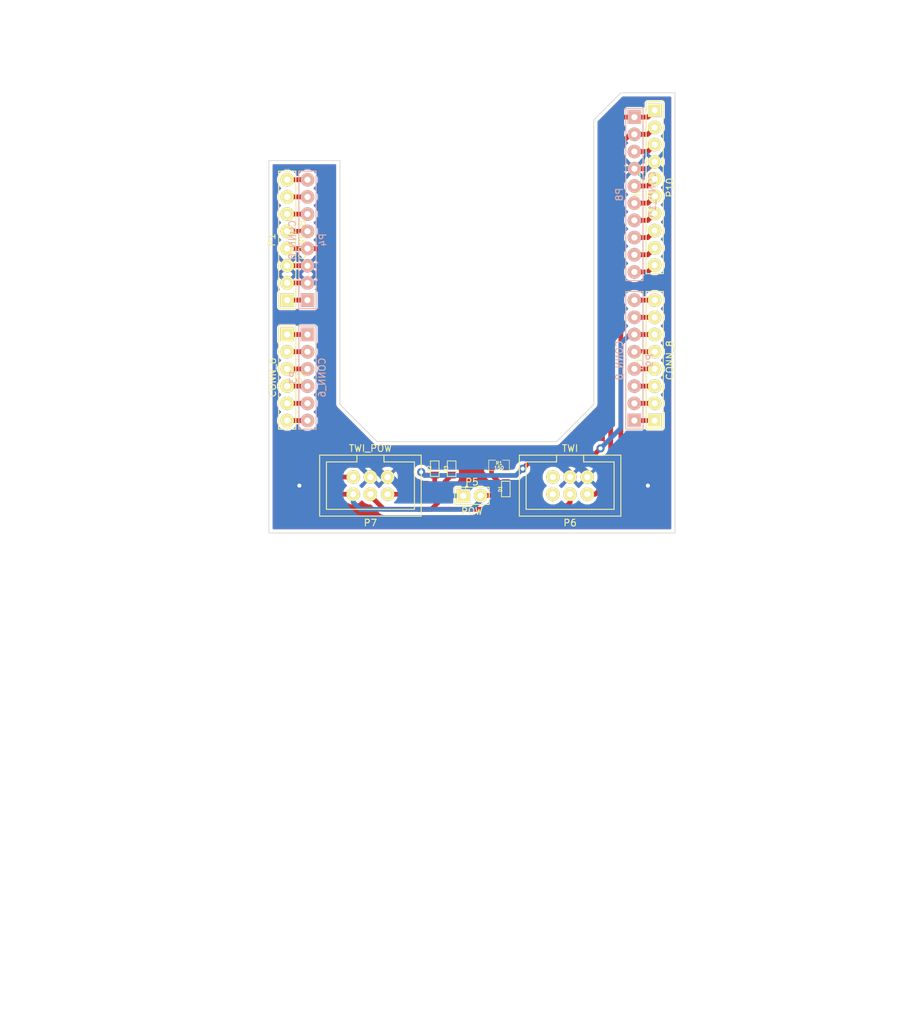
<source format=kicad_pcb>
(kicad_pcb (version 3) (host pcbnew "(2013-may-18)-stable")

  (general
    (links 53)
    (no_connects 0)
    (area 20.269999 46.949999 158.285714 183.990001)
    (thickness 1.6)
    (drawings 28)
    (tracks 152)
    (zones 0)
    (modules 15)
    (nets 32)
  )

  (page A4)
  (layers
    (15 F.Cu signal)
    (0 B.Cu signal)
    (16 B.Adhes user)
    (17 F.Adhes user)
    (18 B.Paste user)
    (19 F.Paste user)
    (20 B.SilkS user)
    (21 F.SilkS user)
    (22 B.Mask user)
    (23 F.Mask user)
    (24 Dwgs.User user)
    (25 Cmts.User user)
    (26 Eco1.User user)
    (27 Eco2.User user)
    (28 Edge.Cuts user)
  )

  (setup
    (last_trace_width 0.7)
    (trace_clearance 0.254)
    (zone_clearance 0.508)
    (zone_45_only no)
    (trace_min 0.254)
    (segment_width 0.2)
    (edge_width 0.1)
    (via_size 1.2)
    (via_drill 0.6)
    (via_min_size 0.889)
    (via_min_drill 0.508)
    (uvia_size 0.508)
    (uvia_drill 0.127)
    (uvias_allowed no)
    (uvia_min_size 0.508)
    (uvia_min_drill 0.127)
    (pcb_text_width 0.3)
    (pcb_text_size 1.5 1.5)
    (mod_edge_width 0.15)
    (mod_text_size 1 1)
    (mod_text_width 0.15)
    (pad_size 2 2)
    (pad_drill 0.9)
    (pad_to_mask_clearance 0)
    (aux_axis_origin 0 0)
    (visible_elements FFFFFFBF)
    (pcbplotparams
      (layerselection 32768)
      (usegerberextensions false)
      (excludeedgelayer false)
      (linewidth 0.150000)
      (plotframeref false)
      (viasonmask false)
      (mode 1)
      (useauxorigin false)
      (hpglpennumber 1)
      (hpglpenspeed 20)
      (hpglpendiameter 15)
      (hpglpenoverlay 2)
      (psnegative false)
      (psa4output false)
      (plotreference true)
      (plotvalue true)
      (plotothertext true)
      (plotinvisibletext false)
      (padsonsilk false)
      (subtractmaskfromsilk false)
      (outputformat 2)
      (mirror false)
      (drillshape 2)
      (scaleselection 1)
      (outputdirectory ""))
  )

  (net 0 "")
  (net 1 /LED)
  (net 2 /SCL)
  (net 3 /SDA)
  (net 4 GND)
  (net 5 N-000001)
  (net 6 N-0000010)
  (net 7 N-0000011)
  (net 8 N-0000012)
  (net 9 N-0000013)
  (net 10 N-0000014)
  (net 11 N-0000015)
  (net 12 N-0000016)
  (net 13 N-0000017)
  (net 14 N-0000018)
  (net 15 N-0000019)
  (net 16 N-000002)
  (net 17 N-0000021)
  (net 18 N-0000022)
  (net 19 N-0000023)
  (net 20 N-0000024)
  (net 21 N-000003)
  (net 22 N-0000030)
  (net 23 N-0000031)
  (net 24 N-0000033)
  (net 25 N-000004)
  (net 26 N-000005)
  (net 27 N-000006)
  (net 28 N-000007)
  (net 29 N-000008)
  (net 30 N-000009)
  (net 31 VCC)

  (net_class Default "This is the default net class."
    (clearance 0.254)
    (trace_width 0.7)
    (via_dia 1.2)
    (via_drill 0.6)
    (uvia_dia 0.508)
    (uvia_drill 0.127)
    (add_net "")
    (add_net /LED)
    (add_net /SCL)
    (add_net /SDA)
    (add_net GND)
    (add_net N-000001)
    (add_net N-0000010)
    (add_net N-0000011)
    (add_net N-0000012)
    (add_net N-0000013)
    (add_net N-0000014)
    (add_net N-0000015)
    (add_net N-0000016)
    (add_net N-0000017)
    (add_net N-0000018)
    (add_net N-0000019)
    (add_net N-000002)
    (add_net N-0000021)
    (add_net N-0000022)
    (add_net N-0000023)
    (add_net N-0000024)
    (add_net N-000003)
    (add_net N-0000030)
    (add_net N-0000031)
    (add_net N-0000033)
    (add_net N-000004)
    (add_net N-000005)
    (add_net N-000006)
    (add_net N-000007)
    (add_net N-000008)
    (add_net N-000009)
    (add_net VCC)
  )

  (module wannenstecker_2x3_rm254 (layer F.Cu) (tedit 535A5B44) (tstamp 536A6C9D)
    (at 75 104.5 180)
    (path /534D8B0A)
    (fp_text reference P7 (at 0 -5.5 180) (layer F.SilkS)
      (effects (font (size 1 1) (thickness 0.15)))
    )
    (fp_text value TWI_POW (at 0 5.5 180) (layer F.SilkS)
      (effects (font (size 1 1) (thickness 0.15)))
    )
    (fp_line (start -2 4.5) (end -2 3.5) (layer F.SilkS) (width 0.15))
    (fp_line (start -2 3.5) (end -6.5 3.5) (layer F.SilkS) (width 0.15))
    (fp_line (start -6.5 3.5) (end -6.5 -3.5) (layer F.SilkS) (width 0.15))
    (fp_line (start -6.5 -3.5) (end 6.5 -3.5) (layer F.SilkS) (width 0.15))
    (fp_line (start 6.5 -3.5) (end 6.5 3.5) (layer F.SilkS) (width 0.15))
    (fp_line (start 6.5 3.5) (end 2 3.5) (layer F.SilkS) (width 0.15))
    (fp_line (start 2 3.5) (end 2 4.5) (layer F.SilkS) (width 0.15))
    (fp_line (start -2 4.5) (end 2 4.5) (layer F.SilkS) (width 0.15))
    (fp_line (start -2 4.5) (end -7.5 4.5) (layer F.SilkS) (width 0.15))
    (fp_line (start -7.5 4.5) (end -7.5 -4.5) (layer F.SilkS) (width 0.15))
    (fp_line (start -7.5 -4.5) (end 7.5 -4.5) (layer F.SilkS) (width 0.15))
    (fp_line (start 7.5 -4.5) (end 7.5 4.5) (layer F.SilkS) (width 0.15))
    (fp_line (start 7.5 4.5) (end 2 4.5) (layer F.SilkS) (width 0.15))
    (pad 1 thru_hole circle (at -2.54 1.27 180) (size 2 2) (drill 0.9)
      (layers *.Cu *.Mask F.SilkS)
      (net 4 GND)
    )
    (pad 2 thru_hole circle (at -2.54 -1.27 180) (size 2 2) (drill 0.9)
      (layers *.Cu *.Mask F.SilkS)
      (net 2 /SCL)
    )
    (pad 3 thru_hole circle (at 0 1.27 180) (size 2 2) (drill 0.9)
      (layers *.Cu *.Mask F.SilkS)
      (net 4 GND)
    )
    (pad 4 thru_hole circle (at 0 -1.27 180) (size 2 2) (drill 0.9)
      (layers *.Cu *.Mask F.SilkS)
      (net 3 /SDA)
    )
    (pad 5 thru_hole circle (at 2.54 1.27 180) (size 2 2) (drill 0.9)
      (layers *.Cu *.Mask F.SilkS)
      (net 31 VCC)
    )
    (pad 6 thru_hole circle (at 2.54 -1.27 180) (size 2 2) (drill 0.9)
      (layers *.Cu *.Mask F.SilkS)
      (net 31 VCC)
    )
  )

  (module wannenstecker_2x3_rm254 (layer F.Cu) (tedit 535A5B44) (tstamp 536A6CB4)
    (at 104.5 104.5 180)
    (path /534D9C21)
    (fp_text reference P6 (at 0 -5.5 180) (layer F.SilkS)
      (effects (font (size 1 1) (thickness 0.15)))
    )
    (fp_text value TWI (at 0 5.5 180) (layer F.SilkS)
      (effects (font (size 1 1) (thickness 0.15)))
    )
    (fp_line (start -2 4.5) (end -2 3.5) (layer F.SilkS) (width 0.15))
    (fp_line (start -2 3.5) (end -6.5 3.5) (layer F.SilkS) (width 0.15))
    (fp_line (start -6.5 3.5) (end -6.5 -3.5) (layer F.SilkS) (width 0.15))
    (fp_line (start -6.5 -3.5) (end 6.5 -3.5) (layer F.SilkS) (width 0.15))
    (fp_line (start 6.5 -3.5) (end 6.5 3.5) (layer F.SilkS) (width 0.15))
    (fp_line (start 6.5 3.5) (end 2 3.5) (layer F.SilkS) (width 0.15))
    (fp_line (start 2 3.5) (end 2 4.5) (layer F.SilkS) (width 0.15))
    (fp_line (start -2 4.5) (end 2 4.5) (layer F.SilkS) (width 0.15))
    (fp_line (start -2 4.5) (end -7.5 4.5) (layer F.SilkS) (width 0.15))
    (fp_line (start -7.5 4.5) (end -7.5 -4.5) (layer F.SilkS) (width 0.15))
    (fp_line (start -7.5 -4.5) (end 7.5 -4.5) (layer F.SilkS) (width 0.15))
    (fp_line (start 7.5 -4.5) (end 7.5 4.5) (layer F.SilkS) (width 0.15))
    (fp_line (start 7.5 4.5) (end 2 4.5) (layer F.SilkS) (width 0.15))
    (pad 1 thru_hole circle (at -2.54 1.27 180) (size 2 2) (drill 0.9)
      (layers *.Cu *.Mask F.SilkS)
      (net 4 GND)
    )
    (pad 2 thru_hole circle (at -2.54 -1.27 180) (size 2 2) (drill 0.9)
      (layers *.Cu *.Mask F.SilkS)
      (net 2 /SCL)
    )
    (pad 3 thru_hole circle (at 0 1.27 180) (size 2 2) (drill 0.9)
      (layers *.Cu *.Mask F.SilkS)
      (net 4 GND)
    )
    (pad 4 thru_hole circle (at 0 -1.27 180) (size 2 2) (drill 0.9)
      (layers *.Cu *.Mask F.SilkS)
      (net 3 /SDA)
    )
    (pad 5 thru_hole circle (at 2.54 1.27 180) (size 2 2) (drill 0.9)
      (layers *.Cu *.Mask F.SilkS)
    )
    (pad 6 thru_hole circle (at 2.54 -1.27 180) (size 2 2) (drill 0.9)
      (layers *.Cu *.Mask F.SilkS)
    )
  )

  (module Stiftleiste_8x1 (layer F.Cu) (tedit 536A7EFD) (tstamp 536A6CC6)
    (at 117 86 90)
    (path /534D8A3E)
    (fp_text reference P11 (at 0 -2.27 90) (layer F.SilkS)
      (effects (font (size 1 1) (thickness 0.15)))
    )
    (fp_text value CONN_8 (at 0 2.23 90) (layer F.SilkS)
      (effects (font (size 1 1) (thickness 0.15)))
    )
    (fp_line (start -5.08 -1.27) (end 10.16 -1.27) (layer F.SilkS) (width 0.15))
    (fp_line (start 10.16 -1.27) (end 10.16 1.27) (layer F.SilkS) (width 0.15))
    (fp_line (start 10.16 1.27) (end -5.08 1.27) (layer F.SilkS) (width 0.15))
    (fp_line (start -10.16 -1.27) (end -5.08 -1.27) (layer F.SilkS) (width 0.15))
    (fp_line (start -5.08 1.27) (end -10.16 1.27) (layer F.SilkS) (width 0.15))
    (fp_line (start -10.16 1.27) (end -10.16 -1.27) (layer F.SilkS) (width 0.15))
    (pad 1 thru_hole rect (at -8.89 0 90) (size 2 2) (drill 0.9)
      (layers *.Cu *.Mask F.SilkS)
      (net 11 N-0000015)
    )
    (pad 2 thru_hole circle (at -6.35 0 90) (size 2 2) (drill 0.9)
      (layers *.Cu *.Mask F.SilkS)
      (net 12 N-0000016)
    )
    (pad 3 thru_hole circle (at -3.81 0 90) (size 2 2) (drill 0.9)
      (layers *.Cu *.Mask F.SilkS)
      (net 13 N-0000017)
    )
    (pad 4 thru_hole circle (at -1.27 0 90) (size 2 2) (drill 0.9)
      (layers *.Cu *.Mask F.SilkS)
      (net 14 N-0000018)
    )
    (pad 5 thru_hole circle (at 1.27 0 90) (size 2 2) (drill 0.9)
      (layers *.Cu *.Mask F.SilkS)
      (net 15 N-0000019)
    )
    (pad 6 thru_hole circle (at 3.81 0 90) (size 2 2) (drill 0.9)
      (layers *.Cu *.Mask F.SilkS)
      (net 1 /LED)
    )
    (pad 7 thru_hole circle (at 6.35 0 90) (size 2 2) (drill 0.9)
      (layers *.Cu *.Mask F.SilkS)
      (net 22 N-0000030)
    )
    (pad 8 thru_hole circle (at 8.89 0 90) (size 2 2) (drill 0.9)
      (layers *.Cu *.Mask F.SilkS)
      (net 23 N-0000031)
    )
  )

  (module Stiftleiste_8x1 (layer F.Cu) (tedit 536A950A) (tstamp 536A6CD8)
    (at 62.7 68.22 90)
    (path /534D8A4D)
    (fp_text reference P1 (at 0 -2.27 90) (layer F.SilkS)
      (effects (font (size 1 1) (thickness 0.15)))
    )
    (fp_text value CONN_8 (at 0 2.23 90) (layer F.SilkS)
      (effects (font (size 1 1) (thickness 0.15)))
    )
    (fp_line (start -5.08 -1.27) (end 10.16 -1.27) (layer F.SilkS) (width 0.15))
    (fp_line (start 10.16 -1.27) (end 10.16 1.27) (layer F.SilkS) (width 0.15))
    (fp_line (start 10.16 1.27) (end -5.08 1.27) (layer F.SilkS) (width 0.15))
    (fp_line (start -10.16 -1.27) (end -5.08 -1.27) (layer F.SilkS) (width 0.15))
    (fp_line (start -5.08 1.27) (end -10.16 1.27) (layer F.SilkS) (width 0.15))
    (fp_line (start -10.16 1.27) (end -10.16 -1.27) (layer F.SilkS) (width 0.15))
    (pad 1 thru_hole rect (at -8.89 0 90) (size 2 2) (drill 0.9)
      (layers *.Cu *.Mask F.SilkS)
      (net 5 N-000001)
    )
    (pad 2 thru_hole circle (at -6.35 0 90) (size 2 2) (drill 0.9)
      (layers *.Cu *.Mask F.SilkS)
      (net 4 GND)
    )
    (pad 3 thru_hole circle (at -3.81 0 90) (size 2 2) (drill 0.9)
      (layers *.Cu *.Mask F.SilkS)
      (net 4 GND)
    )
    (pad 4 thru_hole circle (at -1.27 0 90) (size 2 2) (drill 0.9)
      (layers *.Cu *.Mask F.SilkS)
      (net 31 VCC)
    )
    (pad 5 thru_hole circle (at 1.27 0 90) (size 2 2) (drill 0.9)
      (layers *.Cu *.Mask F.SilkS)
      (net 17 N-0000021)
    )
    (pad 6 thru_hole circle (at 3.81 0 90) (size 2 2) (drill 0.9)
      (layers *.Cu *.Mask F.SilkS)
      (net 18 N-0000022)
    )
    (pad 7 thru_hole circle (at 6.35 0 90) (size 2 2) (drill 0.9)
      (layers *.Cu *.Mask F.SilkS)
      (net 19 N-0000023)
    )
    (pad 8 thru_hole circle (at 8.89 0 90) (size 2 2) (drill 0.9)
      (layers *.Cu *.Mask F.SilkS)
      (net 20 N-0000024)
    )
  )

  (module Stiftleiste_8x1 (layer B.Cu) (tedit 536A5909) (tstamp 536A8266)
    (at 65.7 68.22 90)
    (path /534D8FA2)
    (fp_text reference P4 (at 0 2.27 90) (layer B.SilkS)
      (effects (font (size 1 1) (thickness 0.15)) (justify mirror))
    )
    (fp_text value CONN_8 (at 0 -2.23 90) (layer B.SilkS)
      (effects (font (size 1 1) (thickness 0.15)) (justify mirror))
    )
    (fp_line (start -5.08 1.27) (end 10.16 1.27) (layer B.SilkS) (width 0.15))
    (fp_line (start 10.16 1.27) (end 10.16 -1.27) (layer B.SilkS) (width 0.15))
    (fp_line (start 10.16 -1.27) (end -5.08 -1.27) (layer B.SilkS) (width 0.15))
    (fp_line (start -10.16 1.27) (end -5.08 1.27) (layer B.SilkS) (width 0.15))
    (fp_line (start -5.08 -1.27) (end -10.16 -1.27) (layer B.SilkS) (width 0.15))
    (fp_line (start -10.16 -1.27) (end -10.16 1.27) (layer B.SilkS) (width 0.15))
    (pad 1 thru_hole rect (at -8.89 0 90) (size 2 2) (drill 0.9)
      (layers *.Cu *.Mask B.SilkS)
      (net 5 N-000001)
    )
    (pad 2 thru_hole circle (at -6.35 0 90) (size 2 2) (drill 0.9)
      (layers *.Cu *.Mask B.SilkS)
      (net 4 GND)
    )
    (pad 3 thru_hole circle (at -3.81 0 90) (size 2 2) (drill 0.9)
      (layers *.Cu *.Mask B.SilkS)
      (net 4 GND)
    )
    (pad 4 thru_hole circle (at -1.27 0 90) (size 2 2) (drill 0.9)
      (layers *.Cu *.Mask B.SilkS)
      (net 31 VCC)
    )
    (pad 5 thru_hole circle (at 1.27 0 90) (size 2 2) (drill 0.9)
      (layers *.Cu *.Mask B.SilkS)
      (net 17 N-0000021)
    )
    (pad 6 thru_hole circle (at 3.81 0 90) (size 2 2) (drill 0.9)
      (layers *.Cu *.Mask B.SilkS)
      (net 18 N-0000022)
    )
    (pad 7 thru_hole circle (at 6.35 0 90) (size 2 2) (drill 0.9)
      (layers *.Cu *.Mask B.SilkS)
      (net 19 N-0000023)
    )
    (pad 8 thru_hole circle (at 8.89 0 90) (size 2 2) (drill 0.9)
      (layers *.Cu *.Mask B.SilkS)
      (net 20 N-0000024)
    )
  )

  (module Stiftleiste_8x1 (layer B.Cu) (tedit 536A7B0E) (tstamp 536A6CFC)
    (at 114 86 90)
    (path /534D937F)
    (fp_text reference P9 (at 0 2.27 90) (layer B.SilkS)
      (effects (font (size 1 1) (thickness 0.15)) (justify mirror))
    )
    (fp_text value CONN_8 (at 0 -2.23 90) (layer B.SilkS)
      (effects (font (size 1 1) (thickness 0.15)) (justify mirror))
    )
    (fp_line (start -5.08 1.27) (end 10.16 1.27) (layer B.SilkS) (width 0.15))
    (fp_line (start 10.16 1.27) (end 10.16 -1.27) (layer B.SilkS) (width 0.15))
    (fp_line (start 10.16 -1.27) (end -5.08 -1.27) (layer B.SilkS) (width 0.15))
    (fp_line (start -10.16 1.27) (end -5.08 1.27) (layer B.SilkS) (width 0.15))
    (fp_line (start -5.08 -1.27) (end -10.16 -1.27) (layer B.SilkS) (width 0.15))
    (fp_line (start -10.16 -1.27) (end -10.16 1.27) (layer B.SilkS) (width 0.15))
    (pad 1 thru_hole rect (at -8.89 0 90) (size 2 2) (drill 0.9)
      (layers *.Cu *.Mask B.SilkS)
      (net 11 N-0000015)
    )
    (pad 2 thru_hole circle (at -6.35 0 90) (size 2 2) (drill 0.9)
      (layers *.Cu *.Mask B.SilkS)
      (net 12 N-0000016)
    )
    (pad 3 thru_hole circle (at -3.81 0 90) (size 2 2) (drill 0.9)
      (layers *.Cu *.Mask B.SilkS)
      (net 13 N-0000017)
    )
    (pad 4 thru_hole circle (at -1.27 0 90) (size 2 2) (drill 0.9)
      (layers *.Cu *.Mask B.SilkS)
      (net 14 N-0000018)
    )
    (pad 5 thru_hole circle (at 1.27 0 90) (size 2 2) (drill 0.9)
      (layers *.Cu *.Mask B.SilkS)
      (net 15 N-0000019)
    )
    (pad 6 thru_hole circle (at 3.81 0 90) (size 2 2) (drill 0.9)
      (layers *.Cu *.Mask B.SilkS)
      (net 1 /LED)
    )
    (pad 7 thru_hole circle (at 6.35 0 90) (size 2 2) (drill 0.9)
      (layers *.Cu *.Mask B.SilkS)
      (net 22 N-0000030)
    )
    (pad 8 thru_hole circle (at 8.89 0 90) (size 2 2) (drill 0.9)
      (layers *.Cu *.Mask B.SilkS)
      (net 23 N-0000031)
    )
  )

  (module Stiftleiste_6x1 (layer F.Cu) (tedit 536A9484) (tstamp 536A6D0C)
    (at 62.7 88.54 270)
    (path /534D8A5C)
    (fp_text reference P2 (at 0 -2.1 270) (layer F.SilkS)
      (effects (font (size 1 1) (thickness 0.15)))
    )
    (fp_text value CONN_6 (at 0 2.16 270) (layer F.SilkS)
      (effects (font (size 1 1) (thickness 0.15)))
    )
    (fp_line (start -2.54 -1.27) (end 7.62 -1.27) (layer F.SilkS) (width 0.15))
    (fp_line (start 7.62 -1.27) (end 7.62 1.27) (layer F.SilkS) (width 0.15))
    (fp_line (start 7.62 1.27) (end -2.54 1.27) (layer F.SilkS) (width 0.15))
    (fp_line (start -7.62 -1.27) (end -2.54 -1.27) (layer F.SilkS) (width 0.15))
    (fp_line (start -2.54 1.27) (end -7.62 1.27) (layer F.SilkS) (width 0.15))
    (fp_line (start -7.62 1.27) (end -7.62 -1.27) (layer F.SilkS) (width 0.15))
    (pad 1 thru_hole rect (at -6.35 0 270) (size 2 2) (drill 0.9)
      (layers *.Cu *.Mask F.SilkS)
      (net 28 N-000007)
    )
    (pad 2 thru_hole circle (at -3.81 0 270) (size 2 2) (drill 0.9)
      (layers *.Cu *.Mask F.SilkS)
      (net 27 N-000006)
    )
    (pad 3 thru_hole circle (at -1.27 0 270) (size 2 2) (drill 0.9)
      (layers *.Cu *.Mask F.SilkS)
      (net 26 N-000005)
    )
    (pad 4 thru_hole circle (at 1.27 0 270) (size 2 2) (drill 0.9)
      (layers *.Cu *.Mask F.SilkS)
      (net 25 N-000004)
    )
    (pad 5 thru_hole circle (at 3.81 0 270) (size 2 2) (drill 0.9)
      (layers *.Cu *.Mask F.SilkS)
      (net 21 N-000003)
    )
    (pad 6 thru_hole circle (at 6.35 0 270) (size 2 2) (drill 0.9)
      (layers *.Cu *.Mask F.SilkS)
      (net 16 N-000002)
    )
  )

  (module Stiftleiste_6x1 (layer B.Cu) (tedit 536A59AA) (tstamp 536A6D1C)
    (at 65.7 88.54 270)
    (path /534D8F83)
    (fp_text reference P3 (at 0 2.1 270) (layer B.SilkS)
      (effects (font (size 1 1) (thickness 0.15)) (justify mirror))
    )
    (fp_text value CONN_6 (at 0 -2.16 270) (layer B.SilkS)
      (effects (font (size 1 1) (thickness 0.15)) (justify mirror))
    )
    (fp_line (start -2.54 1.27) (end 7.62 1.27) (layer B.SilkS) (width 0.15))
    (fp_line (start 7.62 1.27) (end 7.62 -1.27) (layer B.SilkS) (width 0.15))
    (fp_line (start 7.62 -1.27) (end -2.54 -1.27) (layer B.SilkS) (width 0.15))
    (fp_line (start -7.62 1.27) (end -2.54 1.27) (layer B.SilkS) (width 0.15))
    (fp_line (start -2.54 -1.27) (end -7.62 -1.27) (layer B.SilkS) (width 0.15))
    (fp_line (start -7.62 -1.27) (end -7.62 1.27) (layer B.SilkS) (width 0.15))
    (pad 1 thru_hole rect (at -6.35 0 270) (size 2 2) (drill 0.9)
      (layers *.Cu *.Mask B.SilkS)
      (net 28 N-000007)
    )
    (pad 2 thru_hole circle (at -3.81 0 270) (size 2 2) (drill 0.9)
      (layers *.Cu *.Mask B.SilkS)
      (net 27 N-000006)
    )
    (pad 3 thru_hole circle (at -1.27 0 270) (size 2 2) (drill 0.9)
      (layers *.Cu *.Mask B.SilkS)
      (net 26 N-000005)
    )
    (pad 4 thru_hole circle (at 1.27 0 270) (size 2 2) (drill 0.9)
      (layers *.Cu *.Mask B.SilkS)
      (net 25 N-000004)
    )
    (pad 5 thru_hole circle (at 3.81 0 270) (size 2 2) (drill 0.9)
      (layers *.Cu *.Mask B.SilkS)
      (net 21 N-000003)
    )
    (pad 6 thru_hole circle (at 6.35 0 270) (size 2 2) (drill 0.9)
      (layers *.Cu *.Mask B.SilkS)
      (net 16 N-000002)
    )
  )

  (module Stiftleiste_2x1 (layer F.Cu) (tedit 535A5C84) (tstamp 536A6D26)
    (at 90 106)
    (path /534D8B3A)
    (fp_text reference P5 (at 0 -2.032) (layer F.SilkS)
      (effects (font (size 1 1) (thickness 0.15)))
    )
    (fp_text value POW (at 0 2.286) (layer F.SilkS)
      (effects (font (size 1 1) (thickness 0.15)))
    )
    (fp_line (start -2.54 -1.27) (end 2.54 -1.27) (layer F.SilkS) (width 0.15))
    (fp_line (start 2.54 -1.27) (end 2.54 1.27) (layer F.SilkS) (width 0.15))
    (fp_line (start 2.54 1.27) (end -2.54 1.27) (layer F.SilkS) (width 0.15))
    (fp_line (start -2.54 1.27) (end -2.54 -1.27) (layer F.SilkS) (width 0.15))
    (pad 1 thru_hole rect (at -1.27 0) (size 2 2) (drill 0.9)
      (layers *.Cu *.Mask F.SilkS)
      (net 4 GND)
    )
    (pad 2 thru_hole circle (at 1.27 0) (size 2 2) (drill 0.9)
      (layers *.Cu *.Mask F.SilkS)
      (net 31 VCC)
    )
  )

  (module Stiftleiste_10x1 (layer F.Cu) (tedit 536A953D) (tstamp 536A95A5)
    (at 117 60.5 270)
    (path /534D8A2F)
    (fp_text reference P10 (at 0 -2.23 270) (layer F.SilkS)
      (effects (font (size 1 1) (thickness 0.15)))
    )
    (fp_text value CONN_10 (at 0 2.64 270) (layer F.SilkS)
      (effects (font (size 1 1) (thickness 0.15)))
    )
    (fp_line (start -7.62 -1.27) (end 12.7 -1.27) (layer F.SilkS) (width 0.15))
    (fp_line (start 12.7 -1.27) (end 12.7 1.27) (layer F.SilkS) (width 0.15))
    (fp_line (start 12.7 1.27) (end -7.62 1.27) (layer F.SilkS) (width 0.15))
    (fp_line (start -12.7 -1.27) (end -7.62 -1.27) (layer F.SilkS) (width 0.15))
    (fp_line (start -7.62 1.27) (end -12.7 1.27) (layer F.SilkS) (width 0.15))
    (fp_line (start -12.7 1.27) (end -12.7 -1.27) (layer F.SilkS) (width 0.15))
    (pad 1 thru_hole rect (at -11.43 0 270) (size 2 2) (drill 0.9)
      (layers *.Cu *.Mask F.SilkS)
      (net 2 /SCL)
    )
    (pad 2 thru_hole circle (at -8.89 0 270) (size 2 2) (drill 0.9)
      (layers *.Cu *.Mask F.SilkS)
      (net 3 /SDA)
    )
    (pad 3 thru_hole circle (at -6.35 0 270) (size 2 2) (drill 0.9)
      (layers *.Cu *.Mask F.SilkS)
      (net 29 N-000008)
    )
    (pad 4 thru_hole circle (at -3.81 0 270) (size 2 2) (drill 0.9)
      (layers *.Cu *.Mask F.SilkS)
      (net 4 GND)
    )
    (pad 5 thru_hole circle (at -1.27 0 270) (size 2 2) (drill 0.9)
      (layers *.Cu *.Mask F.SilkS)
      (net 30 N-000009)
    )
    (pad 6 thru_hole circle (at 1.27 0 270) (size 2 2) (drill 0.9)
      (layers *.Cu *.Mask F.SilkS)
      (net 6 N-0000010)
    )
    (pad 7 thru_hole circle (at 3.81 0 270) (size 2 2) (drill 0.9)
      (layers *.Cu *.Mask F.SilkS)
      (net 7 N-0000011)
    )
    (pad 8 thru_hole circle (at 6.35 0 270) (size 2 2) (drill 0.9)
      (layers *.Cu *.Mask F.SilkS)
      (net 8 N-0000012)
    )
    (pad 9 thru_hole circle (at 8.89 0 270) (size 2 2) (drill 0.9)
      (layers *.Cu *.Mask F.SilkS)
      (net 9 N-0000013)
    )
    (pad 10 thru_hole circle (at 11.43 0 270) (size 2 2) (drill 0.9)
      (layers *.Cu *.Mask F.SilkS)
      (net 10 N-0000014)
    )
  )

  (module Stiftleiste_10x1 (layer B.Cu) (tedit 536A5981) (tstamp 536A6D4E)
    (at 114 61.52 270)
    (path /534D935D)
    (fp_text reference P8 (at 0 2.23 270) (layer B.SilkS)
      (effects (font (size 1 1) (thickness 0.15)) (justify mirror))
    )
    (fp_text value CONN_10 (at 0 -2.64 270) (layer B.SilkS)
      (effects (font (size 1 1) (thickness 0.15)) (justify mirror))
    )
    (fp_line (start -7.62 1.27) (end 12.7 1.27) (layer B.SilkS) (width 0.15))
    (fp_line (start 12.7 1.27) (end 12.7 -1.27) (layer B.SilkS) (width 0.15))
    (fp_line (start 12.7 -1.27) (end -7.62 -1.27) (layer B.SilkS) (width 0.15))
    (fp_line (start -12.7 1.27) (end -7.62 1.27) (layer B.SilkS) (width 0.15))
    (fp_line (start -7.62 -1.27) (end -12.7 -1.27) (layer B.SilkS) (width 0.15))
    (fp_line (start -12.7 -1.27) (end -12.7 1.27) (layer B.SilkS) (width 0.15))
    (pad 1 thru_hole rect (at -11.43 0 270) (size 2 2) (drill 0.9)
      (layers *.Cu *.Mask B.SilkS)
      (net 2 /SCL)
    )
    (pad 2 thru_hole circle (at -8.89 0 270) (size 2 2) (drill 0.9)
      (layers *.Cu *.Mask B.SilkS)
      (net 3 /SDA)
    )
    (pad 3 thru_hole circle (at -6.35 0 270) (size 2 2) (drill 0.9)
      (layers *.Cu *.Mask B.SilkS)
      (net 29 N-000008)
    )
    (pad 4 thru_hole circle (at -3.81 0 270) (size 2 2) (drill 0.9)
      (layers *.Cu *.Mask B.SilkS)
      (net 4 GND)
    )
    (pad 5 thru_hole circle (at -1.27 0 270) (size 2 2) (drill 0.9)
      (layers *.Cu *.Mask B.SilkS)
      (net 30 N-000009)
    )
    (pad 6 thru_hole circle (at 1.27 0 270) (size 2 2) (drill 0.9)
      (layers *.Cu *.Mask B.SilkS)
      (net 6 N-0000010)
    )
    (pad 7 thru_hole circle (at 3.81 0 270) (size 2 2) (drill 0.9)
      (layers *.Cu *.Mask B.SilkS)
      (net 7 N-0000011)
    )
    (pad 8 thru_hole circle (at 6.35 0 270) (size 2 2) (drill 0.9)
      (layers *.Cu *.Mask B.SilkS)
      (net 8 N-0000012)
    )
    (pad 9 thru_hole circle (at 8.89 0 270) (size 2 2) (drill 0.9)
      (layers *.Cu *.Mask B.SilkS)
      (net 9 N-0000013)
    )
    (pad 10 thru_hole circle (at 11.43 0 270) (size 2 2) (drill 0.9)
      (layers *.Cu *.Mask B.SilkS)
      (net 10 N-0000014)
    )
  )

  (module SM0805_big (layer F.Cu) (tedit 53595984) (tstamp 536A880E)
    (at 94 101.5)
    (tags SM0805)
    (path /534D8DBC)
    (attr smd)
    (fp_text reference R1 (at 0 -0.3175) (layer F.SilkS)
      (effects (font (size 0.50038 0.50038) (thickness 0.10922)))
    )
    (fp_text value 150 (at 0 0.381) (layer F.SilkS)
      (effects (font (size 0.50038 0.50038) (thickness 0.10922)))
    )
    (fp_line (start -0.508 0.762) (end -1.524 0.762) (layer F.SilkS) (width 0.09906))
    (fp_line (start -1.524 0.762) (end -1.524 -0.762) (layer F.SilkS) (width 0.09906))
    (fp_line (start -1.524 -0.762) (end -0.508 -0.762) (layer F.SilkS) (width 0.09906))
    (fp_line (start 0.508 -0.762) (end 1.524 -0.762) (layer F.SilkS) (width 0.09906))
    (fp_line (start 1.524 -0.762) (end 1.524 0.762) (layer F.SilkS) (width 0.09906))
    (fp_line (start 1.524 0.762) (end 0.508 0.762) (layer F.SilkS) (width 0.09906))
    (pad 1 smd rect (at -1.108 0) (size 1.2 1.397)
      (layers F.Cu F.Paste F.Mask)
      (net 24 N-0000033)
    )
    (pad 2 smd rect (at 1.108 0) (size 1.2 1.397)
      (layers F.Cu F.Paste F.Mask)
      (net 1 /LED)
    )
    (model smd/chip_cms.wrl
      (at (xyz 0 0 0))
      (scale (xyz 0.1 0.1 0.1))
      (rotate (xyz 0 0 0))
    )
  )

  (module SM0603_big (layer F.Cu) (tedit 535956B8) (tstamp 536A6D64)
    (at 84.5 102 90)
    (tags "SM0603 R")
    (path /534D8B65)
    (attr smd)
    (fp_text reference R2 (at 0 -0.8 90) (layer F.SilkS)
      (effects (font (size 0.508 0.4572) (thickness 0.1143)))
    )
    (fp_text value 2k2 (at 0 0 90) (layer F.SilkS) hide
      (effects (font (size 0.508 0.4572) (thickness 0.1143)))
    )
    (fp_line (start -1.143 -0.635) (end 1.143 -0.635) (layer F.SilkS) (width 0.127))
    (fp_line (start 1.143 -0.635) (end 1.143 0.635) (layer F.SilkS) (width 0.127))
    (fp_line (start 1.143 0.635) (end -1.143 0.635) (layer F.SilkS) (width 0.127))
    (fp_line (start -1.143 0.635) (end -1.143 -0.635) (layer F.SilkS) (width 0.127))
    (pad 1 smd rect (at -0.945 0 90) (size 1 1.143)
      (layers F.Cu F.Paste F.Mask)
      (net 2 /SCL)
    )
    (pad 2 smd rect (at 0.945 0 90) (size 1 1.143)
      (layers F.Cu F.Paste F.Mask)
      (net 31 VCC)
    )
    (model smd\resistors\R0603.wrl
      (at (xyz 0 0 0.001))
      (scale (xyz 0.5 0.5 0.5))
      (rotate (xyz 0 0 0))
    )
  )

  (module SM0603_big (layer F.Cu) (tedit 535956B8) (tstamp 536A6D6E)
    (at 87 102 90)
    (tags "SM0603 R")
    (path /534D8B72)
    (attr smd)
    (fp_text reference R3 (at 0 -0.8 90) (layer F.SilkS)
      (effects (font (size 0.508 0.4572) (thickness 0.1143)))
    )
    (fp_text value 2k2 (at 0 0 90) (layer F.SilkS) hide
      (effects (font (size 0.508 0.4572) (thickness 0.1143)))
    )
    (fp_line (start -1.143 -0.635) (end 1.143 -0.635) (layer F.SilkS) (width 0.127))
    (fp_line (start 1.143 -0.635) (end 1.143 0.635) (layer F.SilkS) (width 0.127))
    (fp_line (start 1.143 0.635) (end -1.143 0.635) (layer F.SilkS) (width 0.127))
    (fp_line (start -1.143 0.635) (end -1.143 -0.635) (layer F.SilkS) (width 0.127))
    (pad 1 smd rect (at -0.945 0 90) (size 1 1.143)
      (layers F.Cu F.Paste F.Mask)
      (net 3 /SDA)
    )
    (pad 2 smd rect (at 0.945 0 90) (size 1 1.143)
      (layers F.Cu F.Paste F.Mask)
      (net 31 VCC)
    )
    (model smd\resistors\R0603.wrl
      (at (xyz 0 0 0.001))
      (scale (xyz 0.5 0.5 0.5))
      (rotate (xyz 0 0 0))
    )
  )

  (module SM0603_big (layer F.Cu) (tedit 535956B8) (tstamp 536A6D78)
    (at 95 105 90)
    (tags "SM0603 R")
    (path /534D8DCA)
    (attr smd)
    (fp_text reference D1 (at 0 -0.8 90) (layer F.SilkS)
      (effects (font (size 0.508 0.4572) (thickness 0.1143)))
    )
    (fp_text value LED (at 0 0 90) (layer F.SilkS) hide
      (effects (font (size 0.508 0.4572) (thickness 0.1143)))
    )
    (fp_line (start -1.143 -0.635) (end 1.143 -0.635) (layer F.SilkS) (width 0.127))
    (fp_line (start 1.143 -0.635) (end 1.143 0.635) (layer F.SilkS) (width 0.127))
    (fp_line (start 1.143 0.635) (end -1.143 0.635) (layer F.SilkS) (width 0.127))
    (fp_line (start -1.143 0.635) (end -1.143 -0.635) (layer F.SilkS) (width 0.127))
    (pad 1 smd rect (at -0.945 0 90) (size 1 1.143)
      (layers F.Cu F.Paste F.Mask)
      (net 31 VCC)
    )
    (pad 2 smd rect (at 0.945 0 90) (size 1 1.143)
      (layers F.Cu F.Paste F.Mask)
      (net 24 N-0000033)
    )
    (model smd\resistors\R0603.wrl
      (at (xyz 0 0 0.001))
      (scale (xyz 0.5 0.5 0.5))
      (rotate (xyz 0 0 0))
    )
  )

  (gr_line (start 112 46.5) (end 111.5 47) (angle 90) (layer Edge.Cuts) (width 0.1))
  (gr_line (start 120 46.5) (end 112 46.5) (angle 90) (layer Edge.Cuts) (width 0.1))
  (gr_line (start 120 111.5) (end 120 46.5) (angle 90) (layer Edge.Cuts) (width 0.1))
  (gr_line (start 60 111.5) (end 120 111.5) (angle 90) (layer Edge.Cuts) (width 0.1))
  (gr_line (start 60 56.5) (end 60 111.5) (angle 90) (layer Edge.Cuts) (width 0.1))
  (gr_line (start 70.5 56.5) (end 60 56.5) (angle 90) (layer Edge.Cuts) (width 0.1))
  (gr_line (start 70.5 92.5) (end 70.5 56.5) (angle 90) (layer Edge.Cuts) (width 0.1))
  (gr_line (start 76 98) (end 70.5 92.5) (angle 90) (layer Edge.Cuts) (width 0.1))
  (gr_line (start 102.5 98) (end 76 98) (angle 90) (layer Edge.Cuts) (width 0.1))
  (gr_line (start 108 92.5) (end 102.5 98) (angle 90) (layer Edge.Cuts) (width 0.1))
  (gr_line (start 108 50.5) (end 108 92.5) (angle 90) (layer Edge.Cuts) (width 0.1))
  (gr_line (start 111.5 47) (end 108 50.5) (angle 90) (layer Edge.Cuts) (width 0.1))
  (dimension 6.5 (width 0.3) (layer Cmts.User)
    (gr_text "6.500 mm" (at 93.150001 50.249998 270) (layer Cmts.User)
      (effects (font (size 1.5 1.5) (thickness 0.3)))
    )
    (feature1 (pts (xy 123.5 53.5) (xy 91.800001 53.499998)))
    (feature2 (pts (xy 123.5 47) (xy 91.800001 46.999998)))
    (crossbar (pts (xy 94.500001 46.999998) (xy 94.500001 53.499998)))
    (arrow1a (pts (xy 94.500001 53.499998) (xy 93.913581 52.373495)))
    (arrow1b (pts (xy 94.500001 53.499998) (xy 95.086421 52.373495)))
    (arrow2a (pts (xy 94.500001 46.999998) (xy 93.913581 48.126501)))
    (arrow2b (pts (xy 94.500001 46.999998) (xy 95.086421 48.126501)))
  )
  (dimension 6.5 (width 0.3) (layer Cmts.User)
    (gr_text "6.500 mm" (at 102.650001 52.249999 270) (layer Cmts.User)
      (effects (font (size 1.5 1.5) (thickness 0.3)))
    )
    (feature1 (pts (xy 115.5 55.5) (xy 101.300001 55.499999)))
    (feature2 (pts (xy 115.5 49) (xy 101.300001 48.999999)))
    (crossbar (pts (xy 104.000001 48.999999) (xy 104.000001 55.499999)))
    (arrow1a (pts (xy 104.000001 55.499999) (xy 103.413581 54.373496)))
    (arrow1b (pts (xy 104.000001 55.499999) (xy 104.586421 54.373496)))
    (arrow2a (pts (xy 104.000001 48.999999) (xy 103.413581 50.126502)))
    (arrow2b (pts (xy 104.000001 48.999999) (xy 104.586421 50.126502)))
  )
  (dimension 5.5 (width 0.3) (layer Cmts.User)
    (gr_text "5.500 mm" (at 73.249999 126.349999) (layer Cmts.User)
      (effects (font (size 1.5 1.5) (thickness 0.3)))
    )
    (feature1 (pts (xy 76 92.5) (xy 75.999999 127.699999)))
    (feature2 (pts (xy 70.5 92.5) (xy 70.499999 127.699999)))
    (crossbar (pts (xy 70.499999 124.999999) (xy 75.999999 124.999999)))
    (arrow1a (pts (xy 75.999999 124.999999) (xy 74.873496 125.586419)))
    (arrow1b (pts (xy 75.999999 124.999999) (xy 74.873496 124.413579)))
    (arrow2a (pts (xy 70.499999 124.999999) (xy 71.626502 125.586419)))
    (arrow2b (pts (xy 70.499999 124.999999) (xy 71.626502 124.413579)))
  )
  (dimension 5.5 (width 0.3) (layer Cmts.User)
    (gr_text "5.500 mm" (at 105.25 122.349999) (layer Cmts.User)
      (effects (font (size 1.5 1.5) (thickness 0.3)))
    )
    (feature1 (pts (xy 102.5 93) (xy 102.5 123.699999)))
    (feature2 (pts (xy 108 93) (xy 108 123.699999)))
    (crossbar (pts (xy 108 120.999999) (xy 102.5 120.999999)))
    (arrow1a (pts (xy 102.5 120.999999) (xy 103.626503 120.413579)))
    (arrow1b (pts (xy 102.5 120.999999) (xy 103.626503 121.586419)))
    (arrow2a (pts (xy 108 120.999999) (xy 106.873497 120.413579)))
    (arrow2b (pts (xy 108 120.999999) (xy 106.873497 121.586419)))
  )
  (dimension 6.5 (width 0.3) (layer Cmts.User)
    (gr_text "6.500 mm" (at 112.25 39.650001) (layer Cmts.User)
      (effects (font (size 1.5 1.5) (thickness 0.3)))
    )
    (feature1 (pts (xy 109 48.5) (xy 109 38.300001)))
    (feature2 (pts (xy 115.5 48.5) (xy 115.5 38.300001)))
    (crossbar (pts (xy 115.5 41.000001) (xy 109 41.000001)))
    (arrow1a (pts (xy 109 41.000001) (xy 110.126503 40.413581)))
    (arrow1b (pts (xy 109 41.000001) (xy 110.126503 41.586421)))
    (arrow2a (pts (xy 115.5 41.000001) (xy 114.373497 40.413581)))
    (arrow2b (pts (xy 115.5 41.000001) (xy 114.373497 41.586421)))
  )
  (dimension 15 (width 0.3) (layer Cmts.User)
    (gr_text "15.000 mm" (at 112.5 34.650001) (layer Cmts.User)
      (effects (font (size 1.5 1.5) (thickness 0.3)))
    )
    (feature1 (pts (xy 105 48.5) (xy 105 33.300001)))
    (feature2 (pts (xy 120 48.5) (xy 120 33.300001)))
    (crossbar (pts (xy 120 36.000001) (xy 105 36.000001)))
    (arrow1a (pts (xy 105 36.000001) (xy 106.126503 35.413581)))
    (arrow1b (pts (xy 105 36.000001) (xy 106.126503 36.586421)))
    (arrow2a (pts (xy 120 36.000001) (xy 118.873497 35.413581)))
    (arrow2b (pts (xy 120 36.000001) (xy 118.873497 36.586421)))
  )
  (dimension 60 (width 0.3) (layer Cmts.User)
    (gr_text "60.000 mm" (at 90 42.650001) (layer Cmts.User)
      (effects (font (size 1.5 1.5) (thickness 0.3)))
    )
    (feature1 (pts (xy 120 57) (xy 120 41.300001)))
    (feature2 (pts (xy 60 57) (xy 60 41.300001)))
    (crossbar (pts (xy 60 44.000001) (xy 120 44.000001)))
    (arrow1a (pts (xy 120 44.000001) (xy 118.873497 44.586421)))
    (arrow1b (pts (xy 120 44.000001) (xy 118.873497 43.413581)))
    (arrow2a (pts (xy 60 44.000001) (xy 61.126503 44.586421)))
    (arrow2b (pts (xy 60 44.000001) (xy 61.126503 43.413581)))
  )
  (dimension 5.5 (width 0.3) (layer Cmts.User)
    (gr_text "5.500 mm" (at 152.349999 95.250007 270) (layer Cmts.User)
      (effects (font (size 1.5 1.5) (thickness 0.3)))
    )
    (feature1 (pts (xy 68.5 98) (xy 153.699999 98.000007)))
    (feature2 (pts (xy 68.5 92.5) (xy 153.699999 92.500007)))
    (crossbar (pts (xy 150.999999 92.500007) (xy 150.999999 98.000007)))
    (arrow1a (pts (xy 150.999999 98.000007) (xy 150.413579 96.873504)))
    (arrow1b (pts (xy 150.999999 98.000007) (xy 151.586419 96.873504)))
    (arrow2a (pts (xy 150.999999 92.500007) (xy 150.413579 93.62651)))
    (arrow2b (pts (xy 150.999999 92.500007) (xy 151.586419 93.62651)))
  )
  (dimension 5.08 (width 0.3) (layer Cmts.User)
    (gr_text "5.080 mm" (at 126.229999 74.57 270) (layer Cmts.User)
      (effects (font (size 1.5 1.5) (thickness 0.3)))
    )
    (feature1 (pts (xy 118 77.11) (xy 127.579999 77.11)))
    (feature2 (pts (xy 118 72.03) (xy 127.579999 72.03)))
    (crossbar (pts (xy 124.879999 72.03) (xy 124.879999 77.11)))
    (arrow1a (pts (xy 124.879999 77.11) (xy 124.293579 75.983497)))
    (arrow1b (pts (xy 124.879999 77.11) (xy 125.466419 75.983497)))
    (arrow2a (pts (xy 124.879999 72.03) (xy 124.293579 73.156503)))
    (arrow2b (pts (xy 124.879999 72.03) (xy 125.466419 73.156503)))
  )
  (dimension 4.160012 (width 0.3) (layer Cmts.User)
    (gr_text "4.160 mm" (at 107.835481 75.0512 270.13773) (layer Cmts.User)
      (effects (font (size 1.5 1.5) (thickness 0.3)))
    )
    (feature1 (pts (xy 116.66 77.11) (xy 106.490485 77.134445)))
    (feature2 (pts (xy 116.65 72.95) (xy 106.480485 72.974445)))
    (crossbar (pts (xy 109.180477 72.967955) (xy 109.190477 77.127955)))
    (arrow1a (pts (xy 109.190477 77.127955) (xy 108.601351 76.002865)))
    (arrow1b (pts (xy 109.190477 77.127955) (xy 109.774188 76.000045)))
    (arrow2a (pts (xy 109.180477 72.967955) (xy 108.596766 74.095865)))
    (arrow2b (pts (xy 109.180477 72.967955) (xy 109.769603 74.093045)))
  )
  (dimension 5.08001 (width 0.3) (layer Cmts.User)
    (gr_text "5.080 mm" (at 56.355004 79.663168 270.1127868) (layer Cmts.User)
      (effects (font (size 1.5 1.5) (thickness 0.3)))
    )
    (feature1 (pts (xy 63.04 77.11) (xy 55.000007 77.125825)))
    (feature2 (pts (xy 63.05 82.19) (xy 55.010007 82.205825)))
    (crossbar (pts (xy 57.710001 82.200511) (xy 57.700001 77.120511)))
    (arrow1a (pts (xy 57.700001 77.120511) (xy 58.288638 78.245858)))
    (arrow1b (pts (xy 57.700001 77.120511) (xy 57.115799 78.248166)))
    (arrow2a (pts (xy 57.710001 82.200511) (xy 58.294203 81.072856)))
    (arrow2b (pts (xy 57.710001 82.200511) (xy 57.121364 81.075164)))
  )
  (dimension 35.600069 (width 0.3) (layer Cmts.User)
    (gr_text "35.600 mm" (at 51.965157 77.059386 89.8873399) (layer Cmts.User)
      (effects (font (size 1.5 1.5) (thickness 0.3)))
    )
    (feature1 (pts (xy 67.57 59.29) (xy 50.65016 59.256732)))
    (feature2 (pts (xy 67.5 94.89) (xy 50.58016 94.856732)))
    (crossbar (pts (xy 53.280154 94.86204) (xy 53.350154 59.26204)))
    (arrow1a (pts (xy 53.350154 59.26204) (xy 53.934358 60.389694)))
    (arrow1b (pts (xy 53.350154 59.26204) (xy 52.76152 60.387388)))
    (arrow2a (pts (xy 53.280154 94.86204) (xy 53.868788 93.736692)))
    (arrow2b (pts (xy 53.280154 94.86204) (xy 52.69595 93.734386)))
  )
  (gr_line (start 132.37 183.89) (end 132.37 183.76) (angle 90) (layer Cmts.User) (width 0.2))
  (gr_line (start 120.54 94.89) (end 20.37 94.89) (angle 90) (layer Cmts.User) (width 0.2))
  (dimension 48.300001 (width 0.3) (layer Cmts.User)
    (gr_text "48.300 mm" (at 89.853817 113.345008 0.01186248006) (layer Cmts.User)
      (effects (font (size 1.5 1.5) (thickness 0.3)))
    )
    (feature1 (pts (xy 65.7 94.9) (xy 65.704097 114.700008)))
    (feature2 (pts (xy 114 94.89) (xy 114.004097 114.690008)))
    (crossbar (pts (xy 114.003538 111.990009) (xy 65.703538 112.000009)))
    (arrow1a (pts (xy 65.703538 112.000009) (xy 66.82992 111.413356)))
    (arrow1b (pts (xy 65.703538 112.000009) (xy 66.830163 112.586196)))
    (arrow2a (pts (xy 114.003538 111.990009) (xy 112.876913 111.403822)))
    (arrow2b (pts (xy 114.003538 111.990009) (xy 112.877156 112.576662)))
  )
  (dimension 44.8 (width 0.3) (layer Cmts.User)
    (gr_text "44.800 mm" (at 137.4 72.49 90) (layer Cmts.User)
      (effects (font (size 1.5 1.5) (thickness 0.3)))
    )
    (feature1 (pts (xy 114 50.09) (xy 138.75 50.09)))
    (feature2 (pts (xy 114 94.89) (xy 138.75 94.89)))
    (crossbar (pts (xy 136.05 94.89) (xy 136.05 50.09)))
    (arrow1a (pts (xy 136.05 50.09) (xy 136.63642 51.216503)))
    (arrow1b (pts (xy 136.05 50.09) (xy 135.46358 51.216503)))
    (arrow2a (pts (xy 136.05 94.89) (xy 136.63642 93.763497)))
    (arrow2b (pts (xy 136.05 94.89) (xy 135.46358 93.763497)))
  )

  (segment (start 95.108 101.5) (end 95.5 101.5) (width 0.7) (layer F.Cu) (net 1))
  (segment (start 113.31 82.19) (end 114 82.19) (width 0.7) (layer B.Cu) (net 1) (tstamp 536A9910))
  (segment (start 112 83.5) (end 113.31 82.19) (width 0.7) (layer B.Cu) (net 1) (tstamp 536A990C))
  (segment (start 112 96) (end 112 83.5) (width 0.7) (layer B.Cu) (net 1) (tstamp 536A9907))
  (segment (start 109 99) (end 112 96) (width 0.7) (layer B.Cu) (net 1) (tstamp 536A9906))
  (via (at 109 99) (size 1.2) (layers F.Cu B.Cu) (net 1))
  (segment (start 108 100) (end 109 99) (width 0.7) (layer F.Cu) (net 1) (tstamp 536A98FB))
  (segment (start 97 100) (end 108 100) (width 0.7) (layer F.Cu) (net 1) (tstamp 536A98F6))
  (segment (start 95.5 101.5) (end 97 100) (width 0.7) (layer F.Cu) (net 1) (tstamp 536A98F0))
  (segment (start 114 82.19) (end 117 82.19) (width 0.7) (layer F.Cu) (net 1))
  (segment (start 107.5 101) (end 109.5 101) (width 0.7) (layer F.Cu) (net 2))
  (segment (start 111.91 50.09) (end 114 50.09) (width 0.7) (layer F.Cu) (net 2) (tstamp 536A98D2))
  (segment (start 110.5 51.5) (end 111.91 50.09) (width 0.7) (layer F.Cu) (net 2) (tstamp 536A98D0))
  (segment (start 110.5 100) (end 110.5 51.5) (width 0.7) (layer F.Cu) (net 2) (tstamp 536A98C7))
  (segment (start 109.5 101) (end 110.5 100) (width 0.7) (layer F.Cu) (net 2) (tstamp 536A98C6))
  (segment (start 114 50.09) (end 115.98 50.09) (width 0.7) (layer F.Cu) (net 2))
  (segment (start 115.98 50.09) (end 117 49.07) (width 0.7) (layer F.Cu) (net 2) (tstamp 536A965D))
  (segment (start 84.5 102.945) (end 82.945 102.945) (width 0.7) (layer F.Cu) (net 2))
  (segment (start 82.945 102.945) (end 82.5 102.5) (width 0.7) (layer F.Cu) (net 2) (tstamp 536A924A))
  (via (at 82.5 102.5) (size 1.2) (layers F.Cu B.Cu) (net 2))
  (segment (start 82.5 102.5) (end 83 103) (width 0.7) (layer B.Cu) (net 2) (tstamp 536A9252))
  (segment (start 83 103) (end 96.5 103) (width 0.7) (layer B.Cu) (net 2) (tstamp 536A9253))
  (segment (start 96.5 103) (end 97.5 102) (width 0.7) (layer B.Cu) (net 2) (tstamp 536A926B))
  (via (at 97.5 102) (size 1.2) (layers F.Cu B.Cu) (net 2))
  (segment (start 97.5 102) (end 98.5 101) (width 0.7) (layer F.Cu) (net 2) (tstamp 536A9270))
  (segment (start 98.5 101) (end 107.5 101) (width 0.7) (layer F.Cu) (net 2) (tstamp 536A9271))
  (segment (start 107.5 101) (end 108 101) (width 0.7) (layer F.Cu) (net 2) (tstamp 536A98C4))
  (segment (start 108 101) (end 109.5 102.5) (width 0.7) (layer F.Cu) (net 2) (tstamp 536A9279))
  (segment (start 109.5 102.5) (end 109.5 104.5) (width 0.7) (layer F.Cu) (net 2) (tstamp 536A927C))
  (segment (start 109.5 104.5) (end 108.23 105.77) (width 0.7) (layer F.Cu) (net 2) (tstamp 536A927E))
  (segment (start 108.23 105.77) (end 107.04 105.77) (width 0.7) (layer F.Cu) (net 2) (tstamp 536A927F))
  (segment (start 77.54 105.77) (end 83.23 105.77) (width 0.7) (layer F.Cu) (net 2))
  (segment (start 84.5 104.5) (end 84.5 104) (width 0.7) (layer F.Cu) (net 2) (tstamp 536A8861))
  (segment (start 84.5 104) (end 84.5 102.945) (width 0.7) (layer F.Cu) (net 2) (tstamp 536A89B8))
  (segment (start 83.23 105.77) (end 84.5 104.5) (width 0.7) (layer F.Cu) (net 2) (tstamp 536A885C))
  (segment (start 103.5 108) (end 110.5 108) (width 0.7) (layer F.Cu) (net 3))
  (segment (start 113.37 52.63) (end 114 52.63) (width 0.7) (layer F.Cu) (net 3) (tstamp 536A98B9))
  (segment (start 112 54) (end 113.37 52.63) (width 0.7) (layer F.Cu) (net 3) (tstamp 536A98B4))
  (segment (start 112 106.5) (end 112 54) (width 0.7) (layer F.Cu) (net 3) (tstamp 536A98AC))
  (segment (start 110.5 108) (end 112 106.5) (width 0.7) (layer F.Cu) (net 3) (tstamp 536A98A8))
  (segment (start 114 52.63) (end 115.98 52.63) (width 0.7) (layer F.Cu) (net 3))
  (segment (start 115.98 52.63) (end 117 51.61) (width 0.7) (layer F.Cu) (net 3) (tstamp 536A9660))
  (segment (start 82 108) (end 103.5 108) (width 0.7) (layer F.Cu) (net 3))
  (segment (start 103.5 108) (end 104.5 107) (width 0.7) (layer F.Cu) (net 3) (tstamp 536A8905))
  (segment (start 104.5 107) (end 104.5 105.77) (width 0.7) (layer F.Cu) (net 3) (tstamp 536A8906))
  (segment (start 75 105.77) (end 75 106) (width 0.7) (layer F.Cu) (net 3))
  (segment (start 86 103.945) (end 87 102.945) (width 0.7) (layer F.Cu) (net 3) (tstamp 536A8871))
  (segment (start 86 106) (end 86 103.945) (width 0.7) (layer F.Cu) (net 3) (tstamp 536A886E))
  (segment (start 84 108) (end 86 106) (width 0.7) (layer F.Cu) (net 3) (tstamp 536A8867))
  (segment (start 77 108) (end 82 108) (width 0.7) (layer F.Cu) (net 3) (tstamp 536A8865))
  (segment (start 82 108) (end 84 108) (width 0.7) (layer F.Cu) (net 3) (tstamp 536A8903))
  (segment (start 75 106) (end 77 108) (width 0.7) (layer F.Cu) (net 3) (tstamp 536A8864))
  (via (at 116 104.5) (size 1.2) (layers F.Cu B.Cu) (net 4))
  (segment (start 116 104.5) (end 112.5 101) (width 0.7) (layer B.Cu) (net 4) (tstamp 536A9939))
  (segment (start 112.5 101) (end 104.5 101) (width 0.7) (layer B.Cu) (net 4))
  (segment (start 104.5 101) (end 105 101) (width 0.7) (layer B.Cu) (net 4))
  (segment (start 112.29 57.71) (end 114 57.71) (width 0.7) (layer B.Cu) (net 4) (tstamp 536A9930))
  (segment (start 110.5 59.5) (end 112.29 57.71) (width 0.7) (layer B.Cu) (net 4) (tstamp 536A992B))
  (segment (start 110.5 95.5) (end 110.5 59.5) (width 0.7) (layer B.Cu) (net 4) (tstamp 536A9926))
  (segment (start 105 101) (end 110.5 95.5) (width 0.7) (layer B.Cu) (net 4) (tstamp 536A9920))
  (segment (start 73 101.5) (end 67.5 101.5) (width 0.7) (layer B.Cu) (net 4))
  (via (at 64.5 104.5) (size 1.2) (layers F.Cu B.Cu) (net 4))
  (segment (start 67.5 101.5) (end 64.5 104.5) (width 0.7) (layer B.Cu) (net 4) (tstamp 536A96BD))
  (segment (start 68 75.5) (end 68 73) (width 0.7) (layer B.Cu) (net 4))
  (segment (start 67.03 72.03) (end 65.7 72.03) (width 0.7) (layer B.Cu) (net 4) (tstamp 536A9699))
  (segment (start 68 73) (end 67.03 72.03) (width 0.7) (layer B.Cu) (net 4) (tstamp 536A9698))
  (segment (start 75 101.5) (end 73.5 101.5) (width 0.7) (layer B.Cu) (net 4))
  (segment (start 67.07 74.57) (end 65.7 74.57) (width 0.7) (layer B.Cu) (net 4) (tstamp 536A9695))
  (segment (start 68 75.5) (end 67.07 74.57) (width 0.7) (layer B.Cu) (net 4) (tstamp 536A9694))
  (segment (start 68 96) (end 68 75.5) (width 0.7) (layer B.Cu) (net 4) (tstamp 536A9692))
  (segment (start 73.5 101.5) (end 68 96) (width 0.7) (layer B.Cu) (net 4) (tstamp 536A9691))
  (segment (start 114 57.71) (end 115.98 57.71) (width 0.7) (layer F.Cu) (net 4))
  (segment (start 115.98 57.71) (end 117 56.69) (width 0.7) (layer F.Cu) (net 4) (tstamp 536A9666))
  (segment (start 62.7 74.57) (end 65.7 74.57) (width 0.7) (layer F.Cu) (net 4))
  (segment (start 62.7 72.03) (end 65.7 72.03) (width 0.7) (layer F.Cu) (net 4))
  (segment (start 102.5 101) (end 104.5 101) (width 0.7) (layer B.Cu) (net 4))
  (segment (start 104.5 101) (end 105.5 101) (width 0.7) (layer B.Cu) (net 4) (tstamp 536A991E))
  (segment (start 107.04 102.54) (end 107.04 103.23) (width 0.7) (layer B.Cu) (net 4) (tstamp 536A89E6))
  (segment (start 105.5 101) (end 107.04 102.54) (width 0.7) (layer B.Cu) (net 4) (tstamp 536A89E5))
  (segment (start 88.73 106) (end 88.73 105.77) (width 0.7) (layer B.Cu) (net 4))
  (segment (start 104.5 102.5) (end 104.5 103.23) (width 0.7) (layer B.Cu) (net 4) (tstamp 536A89DB))
  (segment (start 103 101) (end 104.5 102.5) (width 0.7) (layer B.Cu) (net 4) (tstamp 536A89DA))
  (segment (start 100.5 101) (end 102.5 101) (width 0.7) (layer B.Cu) (net 4) (tstamp 536A89D8))
  (segment (start 102.5 101) (end 103 101) (width 0.7) (layer B.Cu) (net 4) (tstamp 536A89E3))
  (segment (start 97.5 104) (end 100.5 101) (width 0.7) (layer B.Cu) (net 4) (tstamp 536A89D4))
  (segment (start 90.5 104) (end 97.5 104) (width 0.7) (layer B.Cu) (net 4) (tstamp 536A89D0))
  (segment (start 88.73 105.77) (end 90.5 104) (width 0.7) (layer B.Cu) (net 4) (tstamp 536A89CB))
  (segment (start 77.54 103.23) (end 76.73 103.23) (width 0.7) (layer B.Cu) (net 4))
  (segment (start 75 101.5) (end 73 101.5) (width 0.7) (layer B.Cu) (net 4) (tstamp 536A8958))
  (segment (start 73 101.5) (end 72.5 101.5) (width 0.7) (layer B.Cu) (net 4) (tstamp 536A96BB))
  (segment (start 76.73 103.23) (end 75 101.5) (width 0.7) (layer B.Cu) (net 4) (tstamp 536A8955))
  (segment (start 88.73 106) (end 81 106) (width 0.7) (layer B.Cu) (net 4))
  (segment (start 78.23 103.23) (end 77.54 103.23) (width 0.7) (layer B.Cu) (net 4) (tstamp 536A8951))
  (segment (start 81 106) (end 78.23 103.23) (width 0.7) (layer B.Cu) (net 4) (tstamp 536A8943))
  (segment (start 73.27 101.5) (end 75 103.23) (width 0.7) (layer B.Cu) (net 4) (tstamp 536A8844))
  (segment (start 72.5 101.5) (end 73.27 101.5) (width 0.7) (layer B.Cu) (net 4) (tstamp 536A884D))
  (segment (start 62.7 77.11) (end 65.7 77.11) (width 0.7) (layer F.Cu) (net 5))
  (segment (start 114 62.79) (end 115.98 62.79) (width 0.7) (layer F.Cu) (net 6))
  (segment (start 115.98 62.79) (end 117 61.77) (width 0.7) (layer F.Cu) (net 6) (tstamp 536A966C))
  (segment (start 114 65.33) (end 115.98 65.33) (width 0.7) (layer F.Cu) (net 7))
  (segment (start 115.98 65.33) (end 117 64.31) (width 0.7) (layer F.Cu) (net 7) (tstamp 536A966F))
  (segment (start 114 67.87) (end 115.98 67.87) (width 0.7) (layer F.Cu) (net 8))
  (segment (start 115.98 67.87) (end 117 66.85) (width 0.7) (layer F.Cu) (net 8) (tstamp 536A9672))
  (segment (start 114 70.41) (end 115.98 70.41) (width 0.7) (layer F.Cu) (net 9))
  (segment (start 115.98 70.41) (end 117 69.39) (width 0.7) (layer F.Cu) (net 9) (tstamp 536A9675))
  (segment (start 114 72.95) (end 115.98 72.95) (width 0.7) (layer F.Cu) (net 10))
  (segment (start 115.98 72.95) (end 117 71.93) (width 0.7) (layer F.Cu) (net 10) (tstamp 536A9678))
  (segment (start 114 94.89) (end 117 94.89) (width 0.7) (layer F.Cu) (net 11))
  (segment (start 114 92.35) (end 117 92.35) (width 0.7) (layer F.Cu) (net 12))
  (segment (start 114 89.81) (end 117 89.81) (width 0.7) (layer F.Cu) (net 13))
  (segment (start 114 87.27) (end 117 87.27) (width 0.7) (layer F.Cu) (net 14))
  (segment (start 114 84.73) (end 117 84.73) (width 0.7) (layer F.Cu) (net 15))
  (segment (start 62.7 94.89) (end 65.7 94.89) (width 0.7) (layer F.Cu) (net 16))
  (segment (start 62.7 66.95) (end 65.7 66.95) (width 0.7) (layer F.Cu) (net 17))
  (segment (start 62.7 64.41) (end 65.7 64.41) (width 0.7) (layer F.Cu) (net 18))
  (segment (start 62.7 61.87) (end 65.7 61.87) (width 0.7) (layer F.Cu) (net 19))
  (segment (start 62.7 59.33) (end 65.7 59.33) (width 0.7) (layer F.Cu) (net 20))
  (segment (start 62.7 92.35) (end 65.7 92.35) (width 0.7) (layer F.Cu) (net 21))
  (segment (start 114 79.65) (end 117 79.65) (width 0.7) (layer F.Cu) (net 22))
  (segment (start 114 77.11) (end 117 77.11) (width 0.7) (layer F.Cu) (net 23))
  (segment (start 92.892 101.5) (end 92.892 102.892) (width 0.7) (layer F.Cu) (net 24))
  (segment (start 94.055 104.055) (end 95 104.055) (width 0.7) (layer F.Cu) (net 24) (tstamp 536A8A9B))
  (segment (start 92.892 102.892) (end 94.055 104.055) (width 0.7) (layer F.Cu) (net 24) (tstamp 536A8A9A))
  (segment (start 62.7 89.81) (end 65.7 89.81) (width 0.7) (layer F.Cu) (net 25))
  (segment (start 62.7 87.27) (end 65.7 87.27) (width 0.7) (layer F.Cu) (net 26))
  (segment (start 62.7 84.73) (end 65.7 84.73) (width 0.7) (layer F.Cu) (net 27))
  (segment (start 62.7 82.19) (end 65.7 82.19) (width 0.7) (layer F.Cu) (net 28))
  (segment (start 114 55.17) (end 115.98 55.17) (width 0.7) (layer F.Cu) (net 29))
  (segment (start 115.98 55.17) (end 117 54.15) (width 0.7) (layer F.Cu) (net 29) (tstamp 536A9663))
  (segment (start 114 60.25) (end 115.98 60.25) (width 0.7) (layer F.Cu) (net 30))
  (segment (start 115.98 60.25) (end 117 59.23) (width 0.7) (layer F.Cu) (net 30) (tstamp 536A9669))
  (segment (start 84.5 101.055) (end 70.555 101.055) (width 0.7) (layer F.Cu) (net 31))
  (segment (start 70.555 101.055) (end 68 98.5) (width 0.7) (layer F.Cu) (net 31) (tstamp 536A9860))
  (segment (start 72.46 103.23) (end 70.23 103.23) (width 0.7) (layer F.Cu) (net 31))
  (segment (start 70.23 103.23) (end 68 101) (width 0.7) (layer F.Cu) (net 31) (tstamp 536A96B0))
  (segment (start 72.46 105.77) (end 70.27 105.77) (width 0.7) (layer F.Cu) (net 31))
  (segment (start 65.71 69.5) (end 65.7 69.49) (width 0.7) (layer F.Cu) (net 31) (tstamp 536A96A5))
  (segment (start 68 98.5) (end 68 70.5) (width 0.7) (layer F.Cu) (net 31) (tstamp 536A9868))
  (segment (start 68 70.5) (end 67 69.5) (width 0.7) (layer F.Cu) (net 31) (tstamp 536A96A3))
  (segment (start 67 69.5) (end 65.71 69.5) (width 0.7) (layer F.Cu) (net 31) (tstamp 536A96A4))
  (segment (start 68 103.5) (end 68 101) (width 0.7) (layer F.Cu) (net 31) (tstamp 536A96A2))
  (segment (start 68 101) (end 68 98.5) (width 0.7) (layer F.Cu) (net 31) (tstamp 536A96B5))
  (segment (start 70.27 105.77) (end 68 103.5) (width 0.7) (layer F.Cu) (net 31) (tstamp 536A96A1))
  (segment (start 62.7 69.49) (end 65.7 69.49) (width 0.7) (layer F.Cu) (net 31))
  (segment (start 95 105.945) (end 91.325 105.945) (width 0.7) (layer F.Cu) (net 31))
  (segment (start 91.325 105.945) (end 91.27 106) (width 0.7) (layer F.Cu) (net 31) (tstamp 536A88E8))
  (segment (start 91.27 106) (end 91.27 106.73) (width 0.7) (layer B.Cu) (net 31))
  (segment (start 72.46 106.96) (end 72.46 105.77) (width 0.7) (layer B.Cu) (net 31) (tstamp 536A88DC))
  (segment (start 73.5 108) (end 72.46 106.96) (width 0.7) (layer B.Cu) (net 31) (tstamp 536A88DA))
  (segment (start 90 108) (end 73.5 108) (width 0.7) (layer B.Cu) (net 31) (tstamp 536A88D8))
  (segment (start 91.27 106.73) (end 90 108) (width 0.7) (layer B.Cu) (net 31) (tstamp 536A88D5))
  (segment (start 87 101.055) (end 84.5 101.055) (width 0.7) (layer F.Cu) (net 31))

  (zone (net 4) (net_name GND) (layer F.Cu) (tstamp 536A9D01) (hatch edge 0.508)
    (connect_pads (clearance 0.508))
    (min_thickness 0.254)
    (fill (arc_segments 16) (thermal_gap 0.508) (thermal_bridge_width 0.508))
    (polygon
      (pts
        (xy 120 111.5) (xy 60 111.5) (xy 60 56.5) (xy 70.5 56.5) (xy 70.5 92.5)
        (xy 76 98) (xy 102.5 98) (xy 108 92.5) (xy 108 50.5) (xy 112 46.5)
        (xy 120 46.5)
      )
    )
    (filled_polygon
      (pts
        (xy 83.515 104.092) (xy 82.822 104.785) (xy 79.185908 104.785) (xy 79.185908 103.494538) (xy 79.161855 102.84454)
        (xy 78.959386 102.355737) (xy 78.69253 102.257075) (xy 77.719605 103.23) (xy 78.69253 104.202925) (xy 78.959386 104.104263)
        (xy 79.185908 103.494538) (xy 79.185908 104.785) (xy 78.86694 104.785) (xy 78.500019 104.417437) (xy 78.512925 104.38253)
        (xy 77.54 103.409605) (xy 77.360395 103.58921) (xy 77.360395 103.23) (xy 76.38747 102.257075) (xy 76.27 102.300506)
        (xy 76.15253 102.257075) (xy 75.179605 103.23) (xy 76.15253 104.202925) (xy 76.27 104.159493) (xy 76.38747 104.202925)
        (xy 77.360395 103.23) (xy 77.360395 103.58921) (xy 76.567075 104.38253) (xy 76.580165 104.417937) (xy 76.269801 104.72776)
        (xy 75.960019 104.417437) (xy 75.972925 104.38253) (xy 75 103.409605) (xy 74.027075 104.38253) (xy 74.040165 104.417937)
        (xy 73.729801 104.72776) (xy 73.502239 104.499801) (xy 73.812562 104.190019) (xy 73.84747 104.202925) (xy 74.820395 103.23)
        (xy 73.84747 102.257075) (xy 73.812062 102.270165) (xy 73.582298 102.04) (xy 74.040928 102.04) (xy 74.027075 102.07747)
        (xy 75 103.050395) (xy 75.972925 102.07747) (xy 75.959071 102.04) (xy 76.580928 102.04) (xy 76.567075 102.07747)
        (xy 77.54 103.050395) (xy 78.512925 102.07747) (xy 78.499071 102.04) (xy 81.35377 102.04) (xy 81.265215 102.253266)
        (xy 81.264786 102.744579) (xy 81.452408 103.198657) (xy 81.799515 103.546371) (xy 82.253266 103.734785) (xy 82.388287 103.734902)
        (xy 82.568057 103.855021) (xy 82.945 103.93) (xy 83.515 103.93) (xy 83.515 104) (xy 83.515 104.092)
      )
    )
    (filled_polygon
      (pts
        (xy 107.233747 103.244142) (xy 107.054142 103.423747) (xy 107.04 103.409605) (xy 106.860395 103.58921) (xy 106.860395 103.23)
        (xy 105.88747 102.257075) (xy 105.77 102.300506) (xy 105.65253 102.257075) (xy 104.679605 103.23) (xy 105.65253 104.202925)
        (xy 105.77 104.159493) (xy 105.88747 104.202925) (xy 106.860395 103.23) (xy 106.860395 103.58921) (xy 106.067075 104.38253)
        (xy 106.080165 104.417937) (xy 105.769801 104.72776) (xy 105.460019 104.417437) (xy 105.472925 104.38253) (xy 104.5 103.409605)
        (xy 103.527075 104.38253) (xy 103.540165 104.417937) (xy 103.229801 104.72776) (xy 103.002239 104.499801) (xy 103.312562 104.190019)
        (xy 103.34747 104.202925) (xy 104.320395 103.23) (xy 103.34747 102.257075) (xy 103.312062 102.270165) (xy 103.027394 101.985)
        (xy 103.561263 101.985) (xy 103.527075 102.07747) (xy 104.5 103.050395) (xy 105.472925 102.07747) (xy 105.438736 101.985)
        (xy 106.101263 101.985) (xy 106.067075 102.07747) (xy 107.04 103.050395) (xy 107.054142 103.036252) (xy 107.233747 103.215857)
        (xy 107.219605 103.23) (xy 107.233747 103.244142)
      )
    )
    (filled_polygon
      (pts
        (xy 119.315 110.815) (xy 118.645908 110.815) (xy 118.645908 56.954538) (xy 118.621855 56.30454) (xy 118.419386 55.815737)
        (xy 118.15253 55.717075) (xy 117.179605 56.69) (xy 118.15253 57.662925) (xy 118.419386 57.564263) (xy 118.645908 56.954538)
        (xy 118.645908 110.815) (xy 118.635283 110.815) (xy 118.635283 92.026205) (xy 118.386893 91.425057) (xy 118.042239 91.079801)
        (xy 118.385277 90.737362) (xy 118.634715 90.136648) (xy 118.635283 89.486205) (xy 118.386893 88.885057) (xy 118.042239 88.539801)
        (xy 118.385277 88.197362) (xy 118.634715 87.596648) (xy 118.635283 86.946205) (xy 118.386893 86.345057) (xy 118.042239 85.999801)
        (xy 118.385277 85.657362) (xy 118.634715 85.056648) (xy 118.635283 84.406205) (xy 118.386893 83.805057) (xy 118.042239 83.459801)
        (xy 118.385277 83.117362) (xy 118.634715 82.516648) (xy 118.635283 81.866205) (xy 118.386893 81.265057) (xy 118.042239 80.919801)
        (xy 118.385277 80.577362) (xy 118.634715 79.976648) (xy 118.635283 79.326205) (xy 118.386893 78.725057) (xy 118.042239 78.379801)
        (xy 118.385277 78.037362) (xy 118.634715 77.436648) (xy 118.635283 76.786205) (xy 118.386893 76.185057) (xy 117.927362 75.724723)
        (xy 117.326648 75.475285) (xy 116.676205 75.474717) (xy 116.075057 75.723107) (xy 115.672461 76.125) (xy 115.32694 76.125)
        (xy 114.927362 75.724723) (xy 114.326648 75.475285) (xy 113.676205 75.474717) (xy 113.075057 75.723107) (xy 112.985 75.813006)
        (xy 112.985 74.247485) (xy 113.072638 74.335277) (xy 113.673352 74.584715) (xy 114.323795 74.585283) (xy 114.924943 74.336893)
        (xy 115.327538 73.935) (xy 115.98 73.935) (xy 116.356943 73.860021) (xy 116.6765 73.6465) (xy 116.75821 73.564789)
        (xy 117.323795 73.565283) (xy 117.924943 73.316893) (xy 118.385277 72.857362) (xy 118.634715 72.256648) (xy 118.635283 71.606205)
        (xy 118.386893 71.005057) (xy 118.042239 70.659801) (xy 118.385277 70.317362) (xy 118.634715 69.716648) (xy 118.635283 69.066205)
        (xy 118.386893 68.465057) (xy 118.042239 68.119801) (xy 118.385277 67.777362) (xy 118.634715 67.176648) (xy 118.635283 66.526205)
        (xy 118.386893 65.925057) (xy 118.042239 65.579801) (xy 118.385277 65.237362) (xy 118.634715 64.636648) (xy 118.635283 63.986205)
        (xy 118.386893 63.385057) (xy 118.042239 63.039801) (xy 118.385277 62.697362) (xy 118.634715 62.096648) (xy 118.635283 61.446205)
        (xy 118.386893 60.845057) (xy 118.042239 60.499801) (xy 118.385277 60.157362) (xy 118.634715 59.556648) (xy 118.635283 58.906205)
        (xy 118.386893 58.305057) (xy 117.960019 57.877437) (xy 117.972925 57.84253) (xy 117 56.869605) (xy 116.027075 57.84253)
        (xy 116.040165 57.877937) (xy 115.614723 58.302638) (xy 115.365285 58.903352) (xy 115.364969 59.265) (xy 115.32694 59.265)
        (xy 114.960019 58.897437) (xy 114.972925 58.86253) (xy 114 57.889605) (xy 113.985857 57.903747) (xy 113.806252 57.724142)
        (xy 113.820395 57.71) (xy 113.806252 57.695857) (xy 113.985857 57.516252) (xy 114 57.530395) (xy 114.972925 56.55747)
        (xy 114.959834 56.522062) (xy 115.327538 56.155) (xy 115.454572 56.155) (xy 115.354092 56.425462) (xy 115.368579 56.816952)
        (xy 115.15253 56.737075) (xy 114.179605 57.71) (xy 115.15253 58.682925) (xy 115.419386 58.584263) (xy 115.645908 57.974538)
        (xy 115.63142 57.583047) (xy 115.84747 57.662925) (xy 116.820395 56.69) (xy 116.806252 56.675857) (xy 116.985857 56.496252)
        (xy 117 56.510395) (xy 117.972925 55.53747) (xy 117.959834 55.502062) (xy 118.385277 55.077362) (xy 118.634715 54.476648)
        (xy 118.635283 53.826205) (xy 118.386893 53.225057) (xy 118.042239 52.879801) (xy 118.385277 52.537362) (xy 118.634715 51.936648)
        (xy 118.635283 51.286205) (xy 118.386893 50.685057) (xy 118.324807 50.622863) (xy 118.359229 50.608641) (xy 118.538013 50.430168)
        (xy 118.634889 50.196864) (xy 118.63511 49.944245) (xy 118.63511 47.944245) (xy 118.538641 47.710771) (xy 118.360168 47.531987)
        (xy 118.126864 47.435111) (xy 117.874245 47.43489) (xy 115.874245 47.43489) (xy 115.640771 47.531359) (xy 115.461987 47.709832)
        (xy 115.365111 47.943136) (xy 115.36489 48.195755) (xy 115.36489 48.556717) (xy 115.360168 48.551987) (xy 115.126864 48.455111)
        (xy 114.874245 48.45489) (xy 112.874245 48.45489) (xy 112.640771 48.551359) (xy 112.461987 48.729832) (xy 112.365111 48.963136)
        (xy 112.364986 49.105) (xy 111.91 49.105) (xy 111.533057 49.179979) (xy 111.2135 49.3935) (xy 109.8035 50.8035)
        (xy 109.589979 51.123057) (xy 109.515 51.5) (xy 109.515 97.876608) (xy 109.246734 97.765215) (xy 108.755421 97.764786)
        (xy 108.301343 97.952408) (xy 107.953629 98.299515) (xy 107.765215 98.753266) (xy 107.765137 98.841861) (xy 107.591999 99.015)
        (xy 97 99.015) (xy 96.623057 99.089979) (xy 96.3035 99.3035) (xy 95.44061 100.16639) (xy 94.382245 100.16639)
        (xy 94.148771 100.262859) (xy 93.999897 100.411473) (xy 93.852168 100.263487) (xy 93.618864 100.166611) (xy 93.366245 100.16639)
        (xy 92.166245 100.16639) (xy 91.932771 100.262859) (xy 91.753987 100.441332) (xy 91.657111 100.674636) (xy 91.65689 100.927255)
        (xy 91.65689 102.324255) (xy 91.753359 102.557729) (xy 91.907 102.711637) (xy 91.907 102.892) (xy 91.981979 103.268943)
        (xy 92.1955 103.5885) (xy 93.3585 104.7515) (xy 93.670542 104.96) (xy 92.542036 104.96) (xy 92.197362 104.614723)
        (xy 91.596648 104.365285) (xy 90.946205 104.364717) (xy 90.345057 104.613107) (xy 90.282744 104.67531) (xy 90.268013 104.639832)
        (xy 90.089229 104.461359) (xy 89.855755 104.36489) (xy 89.01575 104.365) (xy 88.857 104.52375) (xy 88.857 105.873)
        (xy 88.877 105.873) (xy 88.877 106.127) (xy 88.857 106.127) (xy 88.857 106.147) (xy 88.603 106.147)
        (xy 88.603 106.127) (xy 88.603 105.873) (xy 88.603 104.52375) (xy 88.44425 104.365) (xy 87.604245 104.36489)
        (xy 87.370771 104.461359) (xy 87.191987 104.639832) (xy 87.095111 104.873136) (xy 87.09489 105.125755) (xy 87.095 105.71425)
        (xy 87.25375 105.873) (xy 88.603 105.873) (xy 88.603 106.127) (xy 87.25375 106.127) (xy 87.095 106.28575)
        (xy 87.09489 106.874245) (xy 87.095013 107.015) (xy 86.378 107.015) (xy 86.6965 106.6965) (xy 86.910021 106.376943)
        (xy 86.985 106) (xy 86.985 104.353) (xy 87.25789 104.08011) (xy 87.697255 104.08011) (xy 87.930729 103.983641)
        (xy 88.109513 103.805168) (xy 88.206389 103.571864) (xy 88.20661 103.319245) (xy 88.20661 102.319245) (xy 88.110141 102.085771)
        (xy 88.024526 102.000006) (xy 88.109513 101.915168) (xy 88.206389 101.681864) (xy 88.20661 101.429245) (xy 88.20661 100.429245)
        (xy 88.110141 100.195771) (xy 87.931668 100.016987) (xy 87.698364 99.920111) (xy 87.445745 99.91989) (xy 86.302745 99.91989)
        (xy 86.069271 100.016359) (xy 86.015536 100.07) (xy 85.484588 100.07) (xy 85.431668 100.016987) (xy 85.198364 99.920111)
        (xy 84.945745 99.91989) (xy 83.802745 99.91989) (xy 83.569271 100.016359) (xy 83.515536 100.07) (xy 70.963 100.07)
        (xy 68.985 98.091999) (xy 68.985 70.5) (xy 68.910021 70.123057) (xy 68.6965 69.8035) (xy 68.6965 69.803499)
        (xy 67.6965 68.8035) (xy 67.376943 68.589979) (xy 67.046071 68.524164) (xy 66.742239 68.219801) (xy 67.085277 67.877362)
        (xy 67.334715 67.276648) (xy 67.335283 66.626205) (xy 67.086893 66.025057) (xy 66.742239 65.679801) (xy 67.085277 65.337362)
        (xy 67.334715 64.736648) (xy 67.335283 64.086205) (xy 67.086893 63.485057) (xy 66.742239 63.139801) (xy 67.085277 62.797362)
        (xy 67.334715 62.196648) (xy 67.335283 61.546205) (xy 67.086893 60.945057) (xy 66.742239 60.599801) (xy 67.085277 60.257362)
        (xy 67.334715 59.656648) (xy 67.335283 59.006205) (xy 67.086893 58.405057) (xy 66.627362 57.944723) (xy 66.026648 57.695285)
        (xy 65.376205 57.694717) (xy 64.775057 57.943107) (xy 64.372461 58.345) (xy 64.02694 58.345) (xy 63.627362 57.944723)
        (xy 63.026648 57.695285) (xy 62.376205 57.694717) (xy 61.775057 57.943107) (xy 61.314723 58.402638) (xy 61.065285 59.003352)
        (xy 61.064717 59.653795) (xy 61.313107 60.254943) (xy 61.65776 60.600198) (xy 61.314723 60.942638) (xy 61.065285 61.543352)
        (xy 61.064717 62.193795) (xy 61.313107 62.794943) (xy 61.65776 63.140198) (xy 61.314723 63.482638) (xy 61.065285 64.083352)
        (xy 61.064717 64.733795) (xy 61.313107 65.334943) (xy 61.65776 65.680198) (xy 61.314723 66.022638) (xy 61.065285 66.623352)
        (xy 61.064717 67.273795) (xy 61.313107 67.874943) (xy 61.65776 68.220198) (xy 61.314723 68.562638) (xy 61.065285 69.163352)
        (xy 61.064717 69.813795) (xy 61.313107 70.414943) (xy 61.73998 70.842562) (xy 61.727075 70.87747) (xy 62.7 71.850395)
        (xy 63.672925 70.87747) (xy 63.659834 70.842062) (xy 64.027538 70.475) (xy 64.373059 70.475) (xy 64.73998 70.842562)
        (xy 64.727075 70.87747) (xy 65.7 71.850395) (xy 66.672925 70.87747) (xy 66.659834 70.842062) (xy 66.804574 70.697574)
        (xy 67.015 70.908) (xy 67.015 71.117143) (xy 66.85253 71.057075) (xy 65.879605 72.03) (xy 66.85253 73.002925)
        (xy 67.015 72.942856) (xy 67.015 73.657143) (xy 66.85253 73.597075) (xy 66.672925 73.77668) (xy 66.672925 73.41747)
        (xy 66.629493 73.3) (xy 66.672925 73.18253) (xy 65.7 72.209605) (xy 65.520395 72.38921) (xy 65.520395 72.03)
        (xy 64.54747 71.057075) (xy 64.280614 71.155737) (xy 64.20438 71.360932) (xy 64.119386 71.155737) (xy 63.85253 71.057075)
        (xy 62.879605 72.03) (xy 63.85253 73.002925) (xy 64.119386 72.904263) (xy 64.195619 72.699067) (xy 64.280614 72.904263)
        (xy 64.54747 73.002925) (xy 65.520395 72.03) (xy 65.520395 72.38921) (xy 64.727075 73.18253) (xy 64.770506 73.3)
        (xy 64.727075 73.41747) (xy 65.7 74.390395) (xy 66.672925 73.41747) (xy 66.672925 73.77668) (xy 65.879605 74.57)
        (xy 65.893747 74.584142) (xy 65.714142 74.763747) (xy 65.7 74.749605) (xy 65.685857 74.763747) (xy 65.506252 74.584142)
        (xy 65.520395 74.57) (xy 64.54747 73.597075) (xy 64.280614 73.695737) (xy 64.20438 73.900932) (xy 64.119386 73.695737)
        (xy 63.85253 73.597075) (xy 63.672925 73.77668) (xy 63.672925 73.41747) (xy 63.629493 73.3) (xy 63.672925 73.18253)
        (xy 62.7 72.209605) (xy 62.520395 72.38921) (xy 62.520395 72.03) (xy 61.54747 71.057075) (xy 61.280614 71.155737)
        (xy 61.054092 71.765462) (xy 61.078145 72.41546) (xy 61.280614 72.904263) (xy 61.54747 73.002925) (xy 62.520395 72.03)
        (xy 62.520395 72.38921) (xy 61.727075 73.18253) (xy 61.770506 73.3) (xy 61.727075 73.41747) (xy 62.7 74.390395)
        (xy 63.672925 73.41747) (xy 63.672925 73.77668) (xy 62.879605 74.57) (xy 62.893747 74.584142) (xy 62.714142 74.763747)
        (xy 62.7 74.749605) (xy 62.685857 74.763747) (xy 62.506252 74.584142) (xy 62.520395 74.57) (xy 61.54747 73.597075)
        (xy 61.280614 73.695737) (xy 61.054092 74.305462) (xy 61.078145 74.95546) (xy 61.280614 75.444263) (xy 61.4747 75.51602)
        (xy 61.340771 75.571359) (xy 61.161987 75.749832) (xy 61.065111 75.983136) (xy 61.06489 76.235755) (xy 61.06489 78.235755)
        (xy 61.161359 78.469229) (xy 61.339832 78.648013) (xy 61.573136 78.744889) (xy 61.825755 78.74511) (xy 63.825755 78.74511)
        (xy 64.059229 78.648641) (xy 64.200088 78.508026) (xy 64.339832 78.648013) (xy 64.573136 78.744889) (xy 64.825755 78.74511)
        (xy 66.825755 78.74511) (xy 67.015 78.666915) (xy 67.015 80.633231) (xy 66.826864 80.555111) (xy 66.574245 80.55489)
        (xy 64.574245 80.55489) (xy 64.340771 80.651359) (xy 64.199911 80.791973) (xy 64.060168 80.651987) (xy 63.826864 80.555111)
        (xy 63.574245 80.55489) (xy 61.574245 80.55489) (xy 61.340771 80.651359) (xy 61.161987 80.829832) (xy 61.065111 81.063136)
        (xy 61.06489 81.315755) (xy 61.06489 83.315755) (xy 61.161359 83.549229) (xy 61.339832 83.728013) (xy 61.374893 83.742571)
        (xy 61.314723 83.802638) (xy 61.065285 84.403352) (xy 61.064717 85.053795) (xy 61.313107 85.654943) (xy 61.65776 86.000198)
        (xy 61.314723 86.342638) (xy 61.065285 86.943352) (xy 61.064717 87.593795) (xy 61.313107 88.194943) (xy 61.65776 88.540198)
        (xy 61.314723 88.882638) (xy 61.065285 89.483352) (xy 61.064717 90.133795) (xy 61.313107 90.734943) (xy 61.65776 91.080198)
        (xy 61.314723 91.422638) (xy 61.065285 92.023352) (xy 61.064717 92.673795) (xy 61.313107 93.274943) (xy 61.65776 93.620198)
        (xy 61.314723 93.962638) (xy 61.065285 94.563352) (xy 61.064717 95.213795) (xy 61.313107 95.814943) (xy 61.772638 96.275277)
        (xy 62.373352 96.524715) (xy 63.023795 96.525283) (xy 63.624943 96.276893) (xy 64.027538 95.875) (xy 64.373059 95.875)
        (xy 64.772638 96.275277) (xy 65.373352 96.524715) (xy 66.023795 96.525283) (xy 66.624943 96.276893) (xy 67.015 95.887516)
        (xy 67.015 98.5) (xy 67.015 101) (xy 67.015 103.5) (xy 67.089979 103.876943) (xy 67.3035 104.1965)
        (xy 69.573499 106.4665) (xy 69.5735 106.4665) (xy 69.78702 106.609169) (xy 69.893056 106.68002) (xy 69.893057 106.680021)
        (xy 70.269999 106.754999) (xy 70.27 106.755) (xy 71.133059 106.755) (xy 71.532638 107.155277) (xy 72.133352 107.404715)
        (xy 72.783795 107.405283) (xy 73.384943 107.156893) (xy 73.730198 106.812239) (xy 74.072638 107.155277) (xy 74.673352 107.404715)
        (xy 75.01201 107.40501) (xy 76.3035 108.6965) (xy 76.623057 108.910021) (xy 77 108.985) (xy 82 108.985)
        (xy 84 108.985) (xy 103.5 108.985) (xy 110.5 108.985) (xy 110.876943 108.910021) (xy 111.1965 108.6965)
        (xy 112.6965 107.1965) (xy 112.910021 106.876943) (xy 112.985 106.5) (xy 112.985 96.524986) (xy 113.125755 96.52511)
        (xy 115.125755 96.52511) (xy 115.359229 96.428641) (xy 115.500088 96.288026) (xy 115.639832 96.428013) (xy 115.873136 96.524889)
        (xy 116.125755 96.52511) (xy 118.125755 96.52511) (xy 118.359229 96.428641) (xy 118.538013 96.250168) (xy 118.634889 96.016864)
        (xy 118.63511 95.764245) (xy 118.63511 93.764245) (xy 118.538641 93.530771) (xy 118.360168 93.351987) (xy 118.325106 93.337428)
        (xy 118.385277 93.277362) (xy 118.634715 92.676648) (xy 118.635283 92.026205) (xy 118.635283 110.815) (xy 60.685 110.815)
        (xy 60.685 57.185) (xy 69.815 57.185) (xy 69.815 92.5) (xy 69.867143 92.762138) (xy 70.015632 92.984368)
        (xy 75.515631 98.484368) (xy 75.515632 98.484368) (xy 75.737862 98.632857) (xy 76 98.685) (xy 102.5 98.685)
        (xy 102.762138 98.632857) (xy 102.984368 98.484368) (xy 108.484368 92.984369) (xy 108.484368 92.984368) (xy 108.632857 92.762138)
        (xy 108.684999 92.5) (xy 108.685 92.5) (xy 108.685 50.783736) (xy 111.984368 47.484368) (xy 112.283736 47.185)
        (xy 119.315 47.185) (xy 119.315 110.815)
      )
    )
  )
  (zone (net 4) (net_name GND) (layer B.Cu) (tstamp 536A9D26) (hatch edge 0.508)
    (connect_pads (clearance 0.508))
    (min_thickness 0.254)
    (fill (arc_segments 16) (thermal_gap 0.508) (thermal_bridge_width 0.508))
    (polygon
      (pts
        (xy 120 111.5) (xy 60 111.5) (xy 60 56.5) (xy 70.5 56.5) (xy 70.5 92.5)
        (xy 76 98) (xy 102.5 98) (xy 108 92.5) (xy 108 50.5) (xy 112 46.5)
        (xy 120 46.5)
      )
    )
    (filled_polygon
      (pts
        (xy 119.315 110.815) (xy 118.645908 110.815) (xy 118.645908 56.954538) (xy 118.635283 56.667412) (xy 118.635283 53.826205)
        (xy 118.386893 53.225057) (xy 118.042239 52.879801) (xy 118.385277 52.537362) (xy 118.634715 51.936648) (xy 118.635283 51.286205)
        (xy 118.386893 50.685057) (xy 118.324807 50.622863) (xy 118.359229 50.608641) (xy 118.538013 50.430168) (xy 118.634889 50.196864)
        (xy 118.63511 49.944245) (xy 118.63511 47.944245) (xy 118.538641 47.710771) (xy 118.360168 47.531987) (xy 118.126864 47.435111)
        (xy 117.874245 47.43489) (xy 115.874245 47.43489) (xy 115.640771 47.531359) (xy 115.461987 47.709832) (xy 115.365111 47.943136)
        (xy 115.36489 48.195755) (xy 115.36489 48.556717) (xy 115.360168 48.551987) (xy 115.126864 48.455111) (xy 114.874245 48.45489)
        (xy 112.874245 48.45489) (xy 112.640771 48.551359) (xy 112.461987 48.729832) (xy 112.365111 48.963136) (xy 112.36489 49.215755)
        (xy 112.36489 51.215755) (xy 112.461359 51.449229) (xy 112.639832 51.628013) (xy 112.674893 51.642571) (xy 112.614723 51.702638)
        (xy 112.365285 52.303352) (xy 112.364717 52.953795) (xy 112.613107 53.554943) (xy 112.95776 53.900198) (xy 112.614723 54.242638)
        (xy 112.365285 54.843352) (xy 112.364717 55.493795) (xy 112.613107 56.094943) (xy 113.03998 56.522562) (xy 113.027075 56.55747)
        (xy 114 57.530395) (xy 114.972925 56.55747) (xy 114.959834 56.522062) (xy 115.385277 56.097362) (xy 115.634715 55.496648)
        (xy 115.635064 55.096938) (xy 116.03998 55.502562) (xy 116.027075 55.53747) (xy 117 56.510395) (xy 117.972925 55.53747)
        (xy 117.959834 55.502062) (xy 118.385277 55.077362) (xy 118.634715 54.476648) (xy 118.635283 53.826205) (xy 118.635283 56.667412)
        (xy 118.621855 56.30454) (xy 118.419386 55.815737) (xy 118.15253 55.717075) (xy 117.179605 56.69) (xy 118.15253 57.662925)
        (xy 118.419386 57.564263) (xy 118.645908 56.954538) (xy 118.645908 110.815) (xy 118.635283 110.815) (xy 118.635283 92.026205)
        (xy 118.386893 91.425057) (xy 118.042239 91.079801) (xy 118.385277 90.737362) (xy 118.634715 90.136648) (xy 118.635283 89.486205)
        (xy 118.386893 88.885057) (xy 118.042239 88.539801) (xy 118.385277 88.197362) (xy 118.634715 87.596648) (xy 118.635283 86.946205)
        (xy 118.386893 86.345057) (xy 118.042239 85.999801) (xy 118.385277 85.657362) (xy 118.634715 85.056648) (xy 118.635283 84.406205)
        (xy 118.386893 83.805057) (xy 118.042239 83.459801) (xy 118.385277 83.117362) (xy 118.634715 82.516648) (xy 118.635283 81.866205)
        (xy 118.386893 81.265057) (xy 118.042239 80.919801) (xy 118.385277 80.577362) (xy 118.634715 79.976648) (xy 118.635283 79.326205)
        (xy 118.386893 78.725057) (xy 118.042239 78.379801) (xy 118.385277 78.037362) (xy 118.634715 77.436648) (xy 118.635283 76.786205)
        (xy 118.635283 71.606205) (xy 118.386893 71.005057) (xy 118.042239 70.659801) (xy 118.385277 70.317362) (xy 118.634715 69.716648)
        (xy 118.635283 69.066205) (xy 118.386893 68.465057) (xy 118.042239 68.119801) (xy 118.385277 67.777362) (xy 118.634715 67.176648)
        (xy 118.635283 66.526205) (xy 118.386893 65.925057) (xy 118.042239 65.579801) (xy 118.385277 65.237362) (xy 118.634715 64.636648)
        (xy 118.635283 63.986205) (xy 118.386893 63.385057) (xy 118.042239 63.039801) (xy 118.385277 62.697362) (xy 118.634715 62.096648)
        (xy 118.635283 61.446205) (xy 118.386893 60.845057) (xy 118.042239 60.499801) (xy 118.385277 60.157362) (xy 118.634715 59.556648)
        (xy 118.635283 58.906205) (xy 118.386893 58.305057) (xy 117.960019 57.877437) (xy 117.972925 57.84253) (xy 117 56.869605)
        (xy 116.820395 57.04921) (xy 116.820395 56.69) (xy 115.84747 55.717075) (xy 115.580614 55.815737) (xy 115.354092 56.425462)
        (xy 115.368579 56.816952) (xy 115.15253 56.737075) (xy 114.179605 57.71) (xy 115.15253 58.682925) (xy 115.419386 58.584263)
        (xy 115.645908 57.974538) (xy 115.63142 57.583047) (xy 115.84747 57.662925) (xy 116.820395 56.69) (xy 116.820395 57.04921)
        (xy 116.027075 57.84253) (xy 116.040165 57.877937) (xy 115.614723 58.302638) (xy 115.365285 58.903352) (xy 115.364935 59.303061)
        (xy 114.960019 58.897437) (xy 114.972925 58.86253) (xy 114 57.889605) (xy 113.820395 58.06921) (xy 113.820395 57.71)
        (xy 112.84747 56.737075) (xy 112.580614 56.835737) (xy 112.354092 57.445462) (xy 112.378145 58.09546) (xy 112.580614 58.584263)
        (xy 112.84747 58.682925) (xy 113.820395 57.71) (xy 113.820395 58.06921) (xy 113.027075 58.86253) (xy 113.040165 58.897937)
        (xy 112.614723 59.322638) (xy 112.365285 59.923352) (xy 112.364717 60.573795) (xy 112.613107 61.174943) (xy 112.95776 61.520198)
        (xy 112.614723 61.862638) (xy 112.365285 62.463352) (xy 112.364717 63.113795) (xy 112.613107 63.714943) (xy 112.95776 64.060198)
        (xy 112.614723 64.402638) (xy 112.365285 65.003352) (xy 112.364717 65.653795) (xy 112.613107 66.254943) (xy 112.95776 66.600198)
        (xy 112.614723 66.942638) (xy 112.365285 67.543352) (xy 112.364717 68.193795) (xy 112.613107 68.794943) (xy 112.95776 69.140198)
        (xy 112.614723 69.482638) (xy 112.365285 70.083352) (xy 112.364717 70.733795) (xy 112.613107 71.334943) (xy 112.95776 71.680198)
        (xy 112.614723 72.022638) (xy 112.365285 72.623352) (xy 112.364717 73.273795) (xy 112.613107 73.874943) (xy 113.072638 74.335277)
        (xy 113.673352 74.584715) (xy 114.323795 74.585283) (xy 114.924943 74.336893) (xy 115.385277 73.877362) (xy 115.634715 73.276648)
        (xy 115.635064 72.876938) (xy 116.072638 73.315277) (xy 116.673352 73.564715) (xy 117.323795 73.565283) (xy 117.924943 73.316893)
        (xy 118.385277 72.857362) (xy 118.634715 72.256648) (xy 118.635283 71.606205) (xy 118.635283 76.786205) (xy 118.386893 76.185057)
        (xy 117.927362 75.724723) (xy 117.326648 75.475285) (xy 116.676205 75.474717) (xy 116.075057 75.723107) (xy 115.614723 76.182638)
        (xy 115.500026 76.458859) (xy 115.386893 76.185057) (xy 114.927362 75.724723) (xy 114.326648 75.475285) (xy 113.676205 75.474717)
        (xy 113.075057 75.723107) (xy 112.614723 76.182638) (xy 112.365285 76.783352) (xy 112.364717 77.433795) (xy 112.613107 78.034943)
        (xy 112.95776 78.380198) (xy 112.614723 78.722638) (xy 112.365285 79.323352) (xy 112.364717 79.973795) (xy 112.613107 80.574943)
        (xy 112.95776 80.920198) (xy 112.614723 81.262638) (xy 112.451658 81.65534) (xy 111.3035 82.8035) (xy 111.089979 83.123057)
        (xy 111.015 83.5) (xy 111.015 95.591999) (xy 108.842138 97.764861) (xy 108.755421 97.764786) (xy 108.301343 97.952408)
        (xy 107.953629 98.299515) (xy 107.765215 98.753266) (xy 107.764786 99.244579) (xy 107.952408 99.698657) (xy 108.299515 100.046371)
        (xy 108.753266 100.234785) (xy 109.244579 100.235214) (xy 109.698657 100.047592) (xy 110.046371 99.700485) (xy 110.234785 99.246734)
        (xy 110.234862 99.158137) (xy 112.6965 96.696501) (xy 112.6965 96.6965) (xy 112.824625 96.504745) (xy 112.873136 96.524889)
        (xy 113.125755 96.52511) (xy 115.125755 96.52511) (xy 115.359229 96.428641) (xy 115.500088 96.288026) (xy 115.639832 96.428013)
        (xy 115.873136 96.524889) (xy 116.125755 96.52511) (xy 118.125755 96.52511) (xy 118.359229 96.428641) (xy 118.538013 96.250168)
        (xy 118.634889 96.016864) (xy 118.63511 95.764245) (xy 118.63511 93.764245) (xy 118.538641 93.530771) (xy 118.360168 93.351987)
        (xy 118.325106 93.337428) (xy 118.385277 93.277362) (xy 118.634715 92.676648) (xy 118.635283 92.026205) (xy 118.635283 110.815)
        (xy 108.685908 110.815) (xy 108.685908 103.494538) (xy 108.661855 102.84454) (xy 108.459386 102.355737) (xy 108.19253 102.257075)
        (xy 108.012925 102.43668) (xy 108.012925 102.07747) (xy 107.914263 101.810614) (xy 107.304538 101.584092) (xy 106.65454 101.608145)
        (xy 106.165737 101.810614) (xy 106.067075 102.07747) (xy 107.04 103.050395) (xy 108.012925 102.07747) (xy 108.012925 102.43668)
        (xy 107.219605 103.23) (xy 108.19253 104.202925) (xy 108.459386 104.104263) (xy 108.685908 103.494538) (xy 108.685908 110.815)
        (xy 108.675283 110.815) (xy 108.675283 105.446205) (xy 108.426893 104.845057) (xy 108.000019 104.417437) (xy 108.012925 104.38253)
        (xy 107.04 103.409605) (xy 106.860395 103.58921) (xy 106.860395 103.23) (xy 105.88747 102.257075) (xy 105.77 102.300506)
        (xy 105.65253 102.257075) (xy 105.472925 102.43668) (xy 105.472925 102.07747) (xy 105.374263 101.810614) (xy 104.764538 101.584092)
        (xy 104.11454 101.608145) (xy 103.625737 101.810614) (xy 103.527075 102.07747) (xy 104.5 103.050395) (xy 105.472925 102.07747)
        (xy 105.472925 102.43668) (xy 104.679605 103.23) (xy 105.65253 104.202925) (xy 105.77 104.159493) (xy 105.88747 104.202925)
        (xy 106.860395 103.23) (xy 106.860395 103.58921) (xy 106.067075 104.38253) (xy 106.080165 104.417937) (xy 105.769801 104.72776)
        (xy 105.460019 104.417437) (xy 105.472925 104.38253) (xy 104.5 103.409605) (xy 103.527075 104.38253) (xy 103.540165 104.417937)
        (xy 103.229801 104.72776) (xy 103.002239 104.499801) (xy 103.312562 104.190019) (xy 103.34747 104.202925) (xy 104.320395 103.23)
        (xy 103.34747 102.257075) (xy 103.312062 102.270165) (xy 102.887362 101.844723) (xy 102.286648 101.595285) (xy 101.636205 101.594717)
        (xy 101.035057 101.843107) (xy 100.574723 102.302638) (xy 100.325285 102.903352) (xy 100.324717 103.553795) (xy 100.573107 104.154943)
        (xy 100.91776 104.500198) (xy 100.574723 104.842638) (xy 100.325285 105.443352) (xy 100.324717 106.093795) (xy 100.573107 106.694943)
        (xy 101.032638 107.155277) (xy 101.633352 107.404715) (xy 102.283795 107.405283) (xy 102.884943 107.156893) (xy 103.230198 106.812239)
        (xy 103.572638 107.155277) (xy 104.173352 107.404715) (xy 104.823795 107.405283) (xy 105.424943 107.156893) (xy 105.770198 106.812239)
        (xy 106.112638 107.155277) (xy 106.713352 107.404715) (xy 107.363795 107.405283) (xy 107.964943 107.156893) (xy 108.425277 106.697362)
        (xy 108.674715 106.096648) (xy 108.675283 105.446205) (xy 108.675283 110.815) (xy 98.735214 110.815) (xy 98.735214 101.755421)
        (xy 98.547592 101.301343) (xy 98.200485 100.953629) (xy 97.746734 100.765215) (xy 97.255421 100.764786) (xy 96.801343 100.952408)
        (xy 96.453629 101.299515) (xy 96.265215 101.753266) (xy 96.265137 101.841861) (xy 96.091999 102.015) (xy 83.635873 102.015)
        (xy 83.547592 101.801343) (xy 83.200485 101.453629) (xy 82.746734 101.265215) (xy 82.255421 101.264786) (xy 81.801343 101.452408)
        (xy 81.453629 101.799515) (xy 81.265215 102.253266) (xy 81.264786 102.744579) (xy 81.452408 103.198657) (xy 81.799515 103.546371)
        (xy 82.253266 103.734785) (xy 82.360937 103.734879) (xy 82.360938 103.734879) (xy 82.51702 103.839169) (xy 82.623056 103.91002)
        (xy 82.623057 103.910021) (xy 82.999999 103.984999) (xy 83 103.985) (xy 96.5 103.985) (xy 96.876943 103.910021)
        (xy 97.1965 103.6965) (xy 97.657862 103.235138) (xy 97.744579 103.235214) (xy 98.198657 103.047592) (xy 98.546371 102.700485)
        (xy 98.734785 102.246734) (xy 98.735214 101.755421) (xy 98.735214 110.815) (xy 92.905283 110.815) (xy 92.905283 105.676205)
        (xy 92.656893 105.075057) (xy 92.197362 104.614723) (xy 91.596648 104.365285) (xy 90.946205 104.364717) (xy 90.345057 104.613107)
        (xy 90.282744 104.67531) (xy 90.268013 104.639832) (xy 90.089229 104.461359) (xy 89.855755 104.36489) (xy 89.01575 104.365)
        (xy 88.857 104.52375) (xy 88.857 105.873) (xy 88.877 105.873) (xy 88.877 106.127) (xy 88.857 106.127)
        (xy 88.857 106.147) (xy 88.603 106.147) (xy 88.603 106.127) (xy 88.603 105.873) (xy 88.603 104.52375)
        (xy 88.44425 104.365) (xy 87.604245 104.36489) (xy 87.370771 104.461359) (xy 87.191987 104.639832) (xy 87.095111 104.873136)
        (xy 87.09489 105.125755) (xy 87.095 105.71425) (xy 87.25375 105.873) (xy 88.603 105.873) (xy 88.603 106.127)
        (xy 87.25375 106.127) (xy 87.095 106.28575) (xy 87.09489 106.874245) (xy 87.095013 107.015) (xy 79.185908 107.015)
        (xy 79.185908 103.494538) (xy 79.161855 102.84454) (xy 78.959386 102.355737) (xy 78.69253 102.257075) (xy 78.512925 102.43668)
        (xy 78.512925 102.07747) (xy 78.414263 101.810614) (xy 77.804538 101.584092) (xy 77.15454 101.608145) (xy 76.665737 101.810614)
        (xy 76.567075 102.07747) (xy 77.54 103.050395) (xy 78.512925 102.07747) (xy 78.512925 102.43668) (xy 77.719605 103.23)
        (xy 78.69253 104.202925) (xy 78.959386 104.104263) (xy 79.185908 103.494538) (xy 79.185908 107.015) (xy 78.607083 107.015)
        (xy 78.925277 106.697362) (xy 79.174715 106.096648) (xy 79.175283 105.446205) (xy 78.926893 104.845057) (xy 78.500019 104.417437)
        (xy 78.512925 104.38253) (xy 77.54 103.409605) (xy 77.360395 103.58921) (xy 77.360395 103.23) (xy 76.38747 102.257075)
        (xy 76.27 102.300506) (xy 76.15253 102.257075) (xy 75.972925 102.43668) (xy 75.972925 102.07747) (xy 75.874263 101.810614)
        (xy 75.264538 101.584092) (xy 74.61454 101.608145) (xy 74.125737 101.810614) (xy 74.027075 102.07747) (xy 75 103.050395)
        (xy 75.972925 102.07747) (xy 75.972925 102.43668) (xy 75.179605 103.23) (xy 76.15253 104.202925) (xy 76.27 104.159493)
        (xy 76.38747 104.202925) (xy 77.360395 103.23) (xy 77.360395 103.58921) (xy 76.567075 104.38253) (xy 76.580165 104.417937)
        (xy 76.269801 104.72776) (xy 75.960019 104.417437) (xy 75.972925 104.38253) (xy 75 103.409605) (xy 74.027075 104.38253)
        (xy 74.040165 104.417937) (xy 73.729801 104.72776) (xy 73.502239 104.499801) (xy 73.812562 104.190019) (xy 73.84747 104.202925)
        (xy 74.820395 103.23) (xy 73.84747 102.257075) (xy 73.812062 102.270165) (xy 73.387362 101.844723) (xy 72.786648 101.595285)
        (xy 72.136205 101.594717) (xy 71.535057 101.843107) (xy 71.074723 102.302638) (xy 70.825285 102.903352) (xy 70.824717 103.553795)
        (xy 71.073107 104.154943) (xy 71.41776 104.500198) (xy 71.074723 104.842638) (xy 70.825285 105.443352) (xy 70.824717 106.093795)
        (xy 71.073107 106.694943) (xy 71.509166 107.131764) (xy 71.549979 107.336943) (xy 71.7635 107.6565) (xy 72.8035 108.6965)
        (xy 73.123057 108.910021) (xy 73.5 108.985) (xy 90 108.985) (xy 90.376943 108.910021) (xy 90.6965 108.6965)
        (xy 91.87314 107.519859) (xy 92.194943 107.386893) (xy 92.655277 106.927362) (xy 92.904715 106.326648) (xy 92.905283 105.676205)
        (xy 92.905283 110.815) (xy 67.345908 110.815) (xy 67.345908 74.834538) (xy 67.345908 72.294538) (xy 67.335283 72.007412)
        (xy 67.335283 69.166205) (xy 67.086893 68.565057) (xy 66.742239 68.219801) (xy 67.085277 67.877362) (xy 67.334715 67.276648)
        (xy 67.335283 66.626205) (xy 67.086893 66.025057) (xy 66.742239 65.679801) (xy 67.085277 65.337362) (xy 67.334715 64.736648)
        (xy 67.335283 64.086205) (xy 67.086893 63.485057) (xy 66.742239 63.139801) (xy 67.085277 62.797362) (xy 67.334715 62.196648)
        (xy 67.335283 61.546205) (xy 67.086893 60.945057) (xy 66.742239 60.599801) (xy 67.085277 60.257362) (xy 67.334715 59.656648)
        (xy 67.335283 59.006205) (xy 67.086893 58.405057) (xy 66.627362 57.944723) (xy 66.026648 57.695285) (xy 65.376205 57.694717)
        (xy 64.775057 57.943107) (xy 64.314723 58.402638) (xy 64.200026 58.678859) (xy 64.086893 58.405057) (xy 63.627362 57.944723)
        (xy 63.026648 57.695285) (xy 62.376205 57.694717) (xy 61.775057 57.943107) (xy 61.314723 58.402638) (xy 61.065285 59.003352)
        (xy 61.064717 59.653795) (xy 61.313107 60.254943) (xy 61.65776 60.600198) (xy 61.314723 60.942638) (xy 61.065285 61.543352)
        (xy 61.064717 62.193795) (xy 61.313107 62.794943) (xy 61.65776 63.140198) (xy 61.314723 63.482638) (xy 61.065285 64.083352)
        (xy 61.064717 64.733795) (xy 61.313107 65.334943) (xy 61.65776 65.680198) (xy 61.314723 66.022638) (xy 61.065285 66.623352)
        (xy 61.064717 67.273795) (xy 61.313107 67.874943) (xy 61.65776 68.220198) (xy 61.314723 68.562638) (xy 61.065285 69.163352)
        (xy 61.064717 69.813795) (xy 61.313107 70.414943) (xy 61.73998 70.842562) (xy 61.727075 70.87747) (xy 62.7 71.850395)
        (xy 63.672925 70.87747) (xy 63.659834 70.842062) (xy 64.085277 70.417362) (xy 64.199973 70.14114) (xy 64.313107 70.414943)
        (xy 64.73998 70.842562) (xy 64.727075 70.87747) (xy 65.7 71.850395) (xy 66.672925 70.87747) (xy 66.659834 70.842062)
        (xy 67.085277 70.417362) (xy 67.334715 69.816648) (xy 67.335283 69.166205) (xy 67.335283 72.007412) (xy 67.321855 71.64454)
        (xy 67.119386 71.155737) (xy 66.85253 71.057075) (xy 65.879605 72.03) (xy 66.85253 73.002925) (xy 67.119386 72.904263)
        (xy 67.345908 72.294538) (xy 67.345908 74.834538) (xy 67.321855 74.18454) (xy 67.119386 73.695737) (xy 66.85253 73.597075)
        (xy 66.672925 73.77668) (xy 66.672925 73.41747) (xy 66.629493 73.3) (xy 66.672925 73.18253) (xy 65.7 72.209605)
        (xy 65.520395 72.38921) (xy 65.520395 72.03) (xy 64.54747 71.057075) (xy 64.280614 71.155737) (xy 64.20438 71.360932)
        (xy 64.119386 71.155737) (xy 63.85253 71.057075) (xy 62.879605 72.03) (xy 63.85253 73.002925) (xy 64.119386 72.904263)
        (xy 64.195619 72.699067) (xy 64.280614 72.904263) (xy 64.54747 73.002925) (xy 65.520395 72.03) (xy 65.520395 72.38921)
        (xy 64.727075 73.18253) (xy 64.770506 73.3) (xy 64.727075 73.41747) (xy 65.7 74.390395) (xy 66.672925 73.41747)
        (xy 66.672925 73.77668) (xy 65.879605 74.57) (xy 65.893747 74.584142) (xy 65.714142 74.763747) (xy 65.7 74.749605)
        (xy 65.685857 74.763747) (xy 65.506252 74.584142) (xy 65.520395 74.57) (xy 64.54747 73.597075) (xy 64.280614 73.695737)
        (xy 64.20438 73.900932) (xy 64.119386 73.695737) (xy 63.85253 73.597075) (xy 63.672925 73.77668) (xy 63.672925 73.41747)
        (xy 63.629493 73.3) (xy 63.672925 73.18253) (xy 62.7 72.209605) (xy 62.520395 72.38921) (xy 62.520395 72.03)
        (xy 61.54747 71.057075) (xy 61.280614 71.155737) (xy 61.054092 71.765462) (xy 61.078145 72.41546) (xy 61.280614 72.904263)
        (xy 61.54747 73.002925) (xy 62.520395 72.03) (xy 62.520395 72.38921) (xy 61.727075 73.18253) (xy 61.770506 73.3)
        (xy 61.727075 73.41747) (xy 62.7 74.390395) (xy 63.672925 73.41747) (xy 63.672925 73.77668) (xy 62.879605 74.57)
        (xy 62.893747 74.584142) (xy 62.714142 74.763747) (xy 62.7 74.749605) (xy 62.685857 74.763747) (xy 62.506252 74.584142)
        (xy 62.520395 74.57) (xy 61.54747 73.597075) (xy 61.280614 73.695737) (xy 61.054092 74.305462) (xy 61.078145 74.95546)
        (xy 61.280614 75.444263) (xy 61.4747 75.51602) (xy 61.340771 75.571359) (xy 61.161987 75.749832) (xy 61.065111 75.983136)
        (xy 61.06489 76.235755) (xy 61.06489 78.235755) (xy 61.161359 78.469229) (xy 61.339832 78.648013) (xy 61.573136 78.744889)
        (xy 61.825755 78.74511) (xy 63.825755 78.74511) (xy 64.059229 78.648641) (xy 64.200088 78.508026) (xy 64.339832 78.648013)
        (xy 64.573136 78.744889) (xy 64.825755 78.74511) (xy 66.825755 78.74511) (xy 67.059229 78.648641) (xy 67.238013 78.470168)
        (xy 67.334889 78.236864) (xy 67.33511 77.984245) (xy 67.33511 75.984245) (xy 67.238641 75.750771) (xy 67.060168 75.571987)
        (xy 66.925345 75.516003) (xy 67.119386 75.444263) (xy 67.345908 74.834538) (xy 67.345908 110.815) (xy 67.335283 110.815)
        (xy 67.335283 94.566205) (xy 67.086893 93.965057) (xy 66.742239 93.619801) (xy 67.085277 93.277362) (xy 67.334715 92.676648)
        (xy 67.335283 92.026205) (xy 67.086893 91.425057) (xy 66.742239 91.079801) (xy 67.085277 90.737362) (xy 67.334715 90.136648)
        (xy 67.335283 89.486205) (xy 67.086893 88.885057) (xy 66.742239 88.539801) (xy 67.085277 88.197362) (xy 67.334715 87.596648)
        (xy 67.335283 86.946205) (xy 67.086893 86.345057) (xy 66.742239 85.999801) (xy 67.085277 85.657362) (xy 67.334715 85.056648)
        (xy 67.335283 84.406205) (xy 67.086893 83.805057) (xy 67.024807 83.742863) (xy 67.059229 83.728641) (xy 67.238013 83.550168)
        (xy 67.334889 83.316864) (xy 67.33511 83.064245) (xy 67.33511 81.064245) (xy 67.238641 80.830771) (xy 67.060168 80.651987)
        (xy 66.826864 80.555111) (xy 66.574245 80.55489) (xy 64.574245 80.55489) (xy 64.340771 80.651359) (xy 64.199911 80.791973)
        (xy 64.060168 80.651987) (xy 63.826864 80.555111) (xy 63.574245 80.55489) (xy 61.574245 80.55489) (xy 61.340771 80.651359)
        (xy 61.161987 80.829832) (xy 61.065111 81.063136) (xy 61.06489 81.315755) (xy 61.06489 83.315755) (xy 61.161359 83.549229)
        (xy 61.339832 83.728013) (xy 61.374893 83.742571) (xy 61.314723 83.802638) (xy 61.065285 84.403352) (xy 61.064717 85.053795)
        (xy 61.313107 85.654943) (xy 61.65776 86.000198) (xy 61.314723 86.342638) (xy 61.065285 86.943352) (xy 61.064717 87.593795)
        (xy 61.313107 88.194943) (xy 61.65776 88.540198) (xy 61.314723 88.882638) (xy 61.065285 89.483352) (xy 61.064717 90.133795)
        (xy 61.313107 90.734943) (xy 61.65776 91.080198) (xy 61.314723 91.422638) (xy 61.065285 92.023352) (xy 61.064717 92.673795)
        (xy 61.313107 93.274943) (xy 61.65776 93.620198) (xy 61.314723 93.962638) (xy 61.065285 94.563352) (xy 61.064717 95.213795)
        (xy 61.313107 95.814943) (xy 61.772638 96.275277) (xy 62.373352 96.524715) (xy 63.023795 96.525283) (xy 63.624943 96.276893)
        (xy 64.085277 95.817362) (xy 64.199973 95.54114) (xy 64.313107 95.814943) (xy 64.772638 96.275277) (xy 65.373352 96.524715)
        (xy 66.023795 96.525283) (xy 66.624943 96.276893) (xy 67.085277 95.817362) (xy 67.334715 95.216648) (xy 67.335283 94.566205)
        (xy 67.335283 110.815) (xy 60.685 110.815) (xy 60.685 57.185) (xy 69.815 57.185) (xy 69.815 92.5)
        (xy 69.867143 92.762138) (xy 70.015632 92.984368) (xy 75.515631 98.484368) (xy 75.515632 98.484368) (xy 75.737862 98.632857)
        (xy 76 98.685) (xy 102.5 98.685) (xy 102.762138 98.632857) (xy 102.984368 98.484368) (xy 108.484368 92.984369)
        (xy 108.484368 92.984368) (xy 108.632857 92.762138) (xy 108.684999 92.5) (xy 108.685 92.5) (xy 108.685 50.783736)
        (xy 111.984368 47.484368) (xy 112.283736 47.185) (xy 119.315 47.185) (xy 119.315 110.815)
      )
    )
  )
)

</source>
